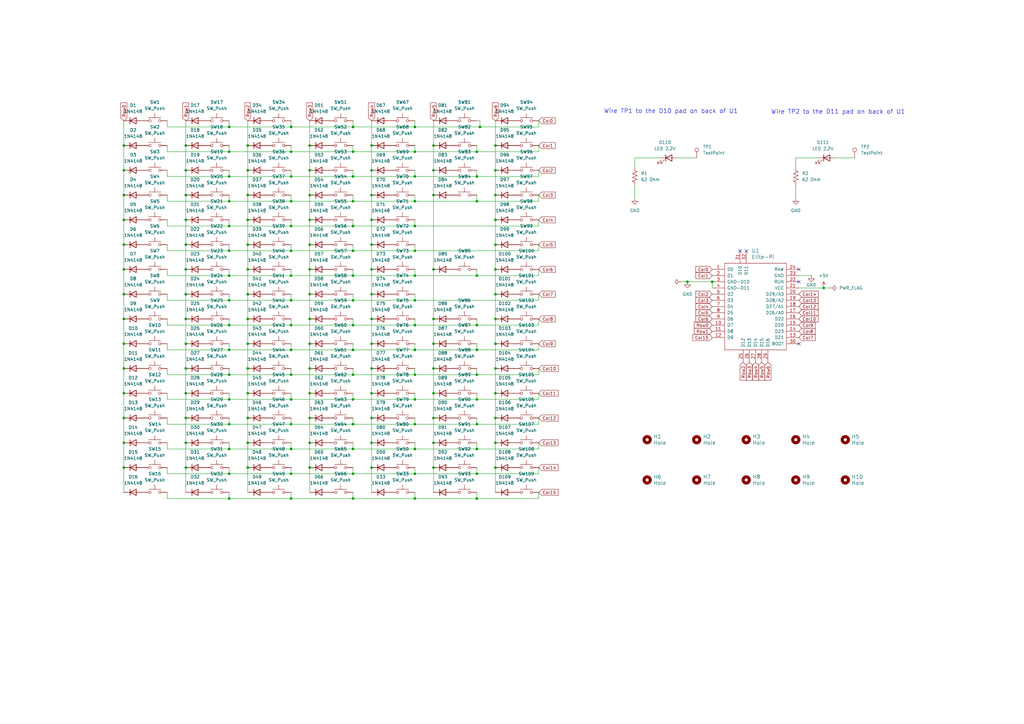
<source format=kicad_sch>
(kicad_sch (version 20250114) (generator "eeschema") (generator_version "9.0")
  (paper "A3")
  (title_block (title "Post-Mechanical Maximus Py") (date "2025-07-02") (rev "1.2") (company "Quixotic Keyboards, LLC") (comment 2 "Rear USB with surface mount Num Lk and Caps Lk LEDs") (comment 3 "Moved U1 inboard for Case fit at USB port") (comment 4 "Changed to under the keycap LED indicators"))
  (lib_symbols
    (symbol "Connector:TestPoint" (pin_numbers (hide yes)) (pin_names (offset 0.762) (hide yes))
      (property "Reference" "TP" (at 0 6.858 0))
      (property "Value" "TestPoint" (at 0 5.08 0))
      (symbol "TestPoint_1_1"
        (pin passive line (at 0 0 90) (length 2.54) (name "1") (number "1"))
      )
    )
    (symbol "Device:LED" (pin_numbers (hide yes)) (pin_names (offset 1.016) (hide yes))
      (property "Reference" "D" (at 0 2.54 0))
      (property "Value" "LED" (at 0 -2.54 0))
      (symbol "LED_1_1"
        (pin passive line (at -3.81 0 0) (length 2.54) (name "K") (number "1"))
        (pin passive line (at 3.81 0 180) (length 2.54) (name "A") (number "2"))
      )
    )
    (symbol "Device:R_US" (pin_numbers (hide yes)) (pin_names (offset 0))
      (property "Reference" "R" (at 2.54 0 90))
      (property "Value" "R_US" (at -2.54 0 90))
      (symbol "R_US_1_1"
        (pin passive line (at 0 3.81 270) (length 1.27) (name "~") (number "1"))
        (pin passive line (at 0 -3.81 90) (length 1.27) (name "~") (number "2"))
      )
    )
    (symbol "Dholydai:Elite-Pi" (pin_names (offset 1.016))
      (property "Reference" "U" (at 0 -3.048 0))
      (property "Value" "Elite-Pi" (at -2.54 0 0))
      (symbol "Elite-Pi_1_1"
        (pin input line (at -17.78 13.97 0) (length 5.08) (name "D0") (number "1"))
        (pin input line (at -17.78 11.43 0) (length 5.08) (name "D1") (number "2"))
        (pin input line (at -17.78 8.89 0) (length 5.08) (name "GND-D10") (number "3"))
        (pin input line (at -17.78 6.35 0) (length 5.08) (name "GND-D11") (number "4"))
        (pin input line (at -17.78 3.81 0) (length 5.08) (name "D2") (number "5"))
        (pin input line (at -17.78 1.27 0) (length 5.08) (name "D3") (number "6"))
        (pin input line (at -17.78 -1.27 0) (length 5.08) (name "D4") (number "7"))
        (pin input line (at -17.78 -3.81 0) (length 5.08) (name "D5") (number "8"))
        (pin input line (at -17.78 -6.35 0) (length 5.08) (name "D6") (number "9"))
        (pin input line (at -17.78 -8.89 0) (length 5.08) (name "D7") (number "10"))
        (pin input line (at -17.78 -11.43 0) (length 5.08) (name "D8") (number "11"))
        (pin input line (at -17.78 -13.97 0) (length 5.08) (name "D9") (number "12"))
        (pin input line (at -6.35 21.59 270) (length 5.08) (name "D10") (number "31"))
        (pin input line (at -5.08 -24.13 90) (length 5.08) (name "D12") (number "25"))
        (pin input line (at -3.81 21.59 270) (length 5.08) (name "D11") (number "32"))
        (pin input line (at -2.54 -24.13 90) (length 5.08) (name "D13") (number "26"))
        (pin input line (at 0 -24.13 90) (length 5.08) (name "D14") (number "27"))
        (pin input line (at 2.54 -24.13 90) (length 5.08) (name "D15") (number "28"))
        (pin input line (at 5.08 -24.13 90) (length 5.08) (name "D16") (number "29"))
        (pin input line (at 17.78 13.97 180) (length 5.08) (name "RAW") (number "24"))
        (pin input line (at 17.78 11.43 180) (length 5.08) (name "GND") (number "23"))
        (pin input line (at 17.78 8.89 180) (length 5.08) (name "RUN") (number "22"))
        (pin input line (at 17.78 6.35 180) (length 5.08) (name "VCC") (number "21"))
        (pin input line (at 17.78 3.81 180) (length 5.08) (name "D29/A3") (number "20"))
        (pin input line (at 17.78 1.27 180) (length 5.08) (name "D28/A2") (number "19"))
        (pin input line (at 17.78 -1.27 180) (length 5.08) (name "D27/A1") (number "18"))
        (pin input line (at 17.78 -3.81 180) (length 5.08) (name "D26/A0") (number "17"))
        (pin input line (at 17.78 -6.35 180) (length 5.08) (name "D22") (number "16"))
        (pin input line (at 17.78 -8.89 180) (length 5.08) (name "D20") (number "15"))
        (pin input line (at 17.78 -11.43 180) (length 5.08) (name "D23") (number "14"))
        (pin input line (at 17.78 -13.97 180) (length 5.08) (name "D21") (number "13"))
        (pin input line (at 17.78 -16.51 180) (length 5.08) (name "BOOT") (number "30"))
      )
    )
    (symbol "Diode:1N4148" (pin_numbers (hide yes)) (pin_names (hide yes))
      (property "Reference" "D" (at 0 2.54 0))
      (property "Value" "1N4148" (at 0 -2.54 0))
      (symbol "1N4148_1_1"
        (pin passive line (at -3.81 0 0) (length 2.54) (name "K") (number "1"))
        (pin passive line (at 3.81 0 180) (length 2.54) (name "A") (number "2"))
      )
    )
    (symbol "Mechanical:MountingHole" (pin_names (offset 1.016)) (in_bom no)
      (property "Reference" "H" (at 0 5.08 0))
      (property "Value" "MountingHole" (at 0 3.175 0))
    )
    (symbol "Switch:SW_Push" (pin_numbers (hide yes)) (pin_names (offset 1.016) (hide yes))
      (property "Reference" "SW" (at 1.27 2.54 0))
      (property "Value" "SW_Push" (at 0 -1.524 0))
      (symbol "SW_Push_0_1"
        (pin passive line (at -5.08 0 0) (length 2.54) (name "1") (number "1"))
        (pin passive line (at 5.08 0 180) (length 2.54) (name "2") (number "2"))
      )
    )
    (symbol "power:+5V" (power) (pin_numbers (hide yes)) (pin_names (offset 0) (hide yes))
      (property "Value" "+5V" (at 0 3.556 0))
      (symbol "+5V_1_1"
        (pin power_in line (at 0 0 90) (length 0) (name "~") (number "1"))
      )
    )
    (symbol "power:GND" (power) (pin_numbers (hide yes)) (pin_names (offset 0) (hide yes))
      (property "Value" "GND" (at 0 -3.81 0))
      (symbol "GND_1_1"
        (pin power_in line (at 0 0 270) (length 0) (name "~") (number "1"))
      )
    )
    (symbol "power:PWR_FLAG" (power) (pin_numbers (hide yes)) (pin_names (offset 0) (hide yes))
      (property "Value" "PWR_FLAG" (at 0 3.81 0))
      (symbol "PWR_FLAG_0_0"
        (pin power_out line (at 0 0 90) (length 0) (name "~") (number "1"))
      )
    )
  )
  (text "Wire TP2 to the D11 pad on back of U1 " (at 344.424 45.974 0) (effects (font (size 1.778 1.778))))
  (text "Wire TP1 to the D10 pad on back of U1 " (at 275.844 45.72 0) (effects (font (size 1.778 1.778))))
  (junction (at 170.18 204.47))
  (junction (at 177.8 130.81))
  (junction (at 203.2 181.61))
  (junction (at 170.18 102.87))
  (junction (at 203.2 130.81))
  (junction (at 144.78 173.99))
  (junction (at 93.98 143.51))
  (junction (at 93.98 153.67))
  (junction (at 119.38 123.19))
  (junction (at 195.58 113.03))
  (junction (at 195.58 72.39))
  (junction (at 292.1 115.57))
  (junction (at 119.38 113.03))
  (junction (at 144.78 72.39))
  (junction (at 144.78 194.31))
  (junction (at 101.6 120.65))
  (junction (at 170.18 82.55))
  (junction (at 203.2 191.77))
  (junction (at 93.98 194.31))
  (junction (at 119.38 143.51))
  (junction (at 76.2 171.45))
  (junction (at 76.2 120.65))
  (junction (at 152.4 90.17))
  (junction (at 119.38 204.47))
  (junction (at 177.8 140.97))
  (junction (at 177.8 151.13))
  (junction (at 93.98 113.03))
  (junction (at 203.2 69.85))
  (junction (at 76.2 151.13))
  (junction (at 195.58 204.47))
  (junction (at 50.8 140.97))
  (junction (at 50.8 181.61))
  (junction (at 195.58 62.23))
  (junction (at 144.78 163.83))
  (junction (at 119.38 72.39))
  (junction (at 76.2 161.29))
  (junction (at 281.94 115.57))
  (junction (at 93.98 72.39))
  (junction (at 127 171.45))
  (junction (at 93.98 204.47))
  (junction (at 196.85 52.07))
  (junction (at 144.78 102.87))
  (junction (at 50.8 161.29))
  (junction (at 50.8 110.49))
  (junction (at 144.78 52.07))
  (junction (at 177.8 161.29))
  (junction (at 144.78 133.35))
  (junction (at 76.2 69.85))
  (junction (at 203.2 171.45))
  (junction (at 144.78 204.47))
  (junction (at 119.38 133.35))
  (junction (at 127 120.65))
  (junction (at 119.38 173.99))
  (junction (at 76.2 110.49))
  (junction (at 152.4 80.01))
  (junction (at 152.4 191.77))
  (junction (at 76.2 140.97))
  (junction (at 170.18 173.99))
  (junction (at 101.6 191.77))
  (junction (at 76.2 100.33))
  (junction (at 50.8 69.85))
  (junction (at 119.38 52.07))
  (junction (at 93.98 123.19))
  (junction (at 144.78 143.51))
  (junction (at 119.38 194.31))
  (junction (at 76.2 59.69))
  (junction (at 101.6 171.45))
  (junction (at 195.58 194.31))
  (junction (at 93.98 184.15))
  (junction (at 170.18 133.35))
  (junction (at 119.38 153.67))
  (junction (at 170.18 62.23))
  (junction (at 195.58 143.51))
  (junction (at 76.2 80.01))
  (junction (at 170.18 92.71))
  (junction (at 152.4 161.29))
  (junction (at 50.8 100.33))
  (junction (at 50.8 120.65))
  (junction (at 119.38 62.23))
  (junction (at 177.8 59.69))
  (junction (at 101.6 161.29))
  (junction (at 76.2 191.77))
  (junction (at 195.58 163.83))
  (junction (at 152.4 59.69))
  (junction (at 93.98 102.87))
  (junction (at 101.6 151.13))
  (junction (at 177.8 110.49))
  (junction (at 50.8 171.45))
  (junction (at 50.8 80.01))
  (junction (at 127 130.81))
  (junction (at 76.2 181.61))
  (junction (at 177.8 80.01))
  (junction (at 93.98 173.99))
  (junction (at 127 80.01))
  (junction (at 203.2 151.13))
  (junction (at 177.8 171.45))
  (junction (at 203.2 59.69))
  (junction (at 170.18 163.83))
  (junction (at 144.78 113.03))
  (junction (at 203.2 120.65))
  (junction (at 195.58 153.67))
  (junction (at 144.78 82.55))
  (junction (at 127 161.29))
  (junction (at 144.78 184.15))
  (junction (at 144.78 62.23))
  (junction (at 152.4 151.13))
  (junction (at 170.18 113.03))
  (junction (at 50.8 151.13))
  (junction (at 152.4 69.85))
  (junction (at 50.8 191.77))
  (junction (at 119.38 82.55))
  (junction (at 101.6 110.49))
  (junction (at 127 110.49))
  (junction (at 76.2 130.81))
  (junction (at 144.78 153.67))
  (junction (at 93.98 133.35))
  (junction (at 101.6 181.61))
  (junction (at 101.6 90.17))
  (junction (at 50.8 130.81))
  (junction (at 127 69.85))
  (junction (at 127 90.17))
  (junction (at 119.38 102.87))
  (junction (at 203.2 80.01))
  (junction (at 152.4 171.45))
  (junction (at 144.78 123.19))
  (junction (at 203.2 90.17))
  (junction (at 170.18 153.67))
  (junction (at 127 59.69))
  (junction (at 170.18 72.39))
  (junction (at 101.6 59.69))
  (junction (at 152.4 120.65))
  (junction (at 152.4 181.61))
  (junction (at 76.2 90.17))
  (junction (at 127 191.77))
  (junction (at 170.18 184.15))
  (junction (at 152.4 110.49))
  (junction (at 93.98 52.07))
  (junction (at 170.18 52.07))
  (junction (at 119.38 92.71))
  (junction (at 93.98 163.83))
  (junction (at 101.6 100.33))
  (junction (at 93.98 92.71))
  (junction (at 119.38 184.15))
  (junction (at 93.98 62.23))
  (junction (at 177.8 191.77))
  (junction (at 152.4 100.33))
  (junction (at 101.6 140.97))
  (junction (at 152.4 140.97))
  (junction (at 177.8 69.85))
  (junction (at 195.58 173.99))
  (junction (at 93.98 82.55))
  (junction (at 203.2 110.49))
  (junction (at 50.8 90.17))
  (junction (at 127 140.97))
  (junction (at 101.6 69.85))
  (junction (at 50.8 59.69))
  (junction (at 101.6 80.01))
  (junction (at 203.2 161.29))
  (junction (at 337.82 118.11))
  (junction (at 127 181.61))
  (junction (at 144.78 92.71))
  (junction (at 127 151.13))
  (junction (at 170.18 194.31))
  (junction (at 203.2 140.97))
  (junction (at 203.2 100.33))
  (junction (at 152.4 130.81))
  (junction (at 170.18 123.19))
  (junction (at 101.6 130.81))
  (junction (at 177.8 181.61))
  (junction (at 119.38 163.83))
  (junction (at 127 100.33))
  (junction (at 195.58 184.15))
  (junction (at 195.58 133.35))
  (junction (at 195.58 82.55))
  (junction (at 170.18 143.51))
  (no_connect (at 327.66 115.57))
  (no_connect (at 327.66 140.97))
  (no_connect (at 306.07 102.87))
  (no_connect (at 327.66 110.49))
  (no_connect (at 303.53 102.87))
  (wire (pts (xy 195.58 62.23) (xy 220.98 62.23)))
  (wire (pts (xy 152.4 191.77) (xy 152.4 201.93)))
  (wire (pts (xy 50.8 100.33) (xy 50.8 110.49)))
  (wire (pts (xy 119.38 100.33) (xy 119.38 102.87)))
  (wire (pts (xy 119.38 102.87) (xy 144.78 102.87)))
  (wire (pts (xy 170.18 123.19) (xy 220.98 123.19)))
  (wire (pts (xy 152.4 69.85) (xy 152.4 80.01)))
  (wire (pts (xy 170.18 92.71) (xy 220.98 92.71)))
  (wire (pts (xy 220.98 130.81) (xy 220.98 133.35)))
  (wire (pts (xy 76.2 69.85) (xy 76.2 80.01)))
  (wire (pts (xy 119.38 110.49) (xy 119.38 113.03)))
  (wire (pts (xy 144.78 161.29) (xy 144.78 163.83)))
  (wire (pts (xy 292.1 115.57) (xy 292.1 118.11)))
  (wire (pts (xy 93.98 92.71) (xy 119.38 92.71)))
  (wire (pts (xy 177.8 59.69) (xy 177.8 69.85)))
  (wire (pts (xy 119.38 92.71) (xy 144.78 92.71)))
  (wire (pts (xy 76.2 120.65) (xy 76.2 130.81)))
  (wire (pts (xy 127 161.29) (xy 127 171.45)))
  (wire (pts (xy 127 130.81) (xy 127 140.97)))
  (wire (pts (xy 50.8 161.29) (xy 50.8 171.45)))
  (wire (pts (xy 93.98 173.99) (xy 119.38 173.99)))
  (wire (pts (xy 170.18 184.15) (xy 195.58 184.15)))
  (wire (pts (xy 93.98 72.39) (xy 119.38 72.39)))
  (wire (pts (xy 203.2 110.49) (xy 203.2 120.65)))
  (wire (pts (xy 195.58 130.81) (xy 195.58 133.35)))
  (wire (pts (xy 68.58 72.39) (xy 93.98 72.39)))
  (wire (pts (xy 170.18 62.23) (xy 195.58 62.23)))
  (wire (pts (xy 127 90.17) (xy 127 100.33)))
  (wire (pts (xy 203.2 130.81) (xy 203.2 140.97)))
  (wire (pts (xy 68.58 133.35) (xy 93.98 133.35)))
  (wire (pts (xy 68.58 191.77) (xy 68.58 194.31)))
  (wire (pts (xy 170.18 90.17) (xy 170.18 92.71)))
  (wire (pts (xy 195.58 184.15) (xy 220.98 184.15)))
  (wire (pts (xy 50.8 90.17) (xy 50.8 100.33)))
  (wire (pts (xy 93.98 191.77) (xy 93.98 194.31)))
  (wire (pts (xy 220.98 171.45) (xy 220.98 173.99)))
  (wire (pts (xy 68.58 153.67) (xy 93.98 153.67)))
  (wire (pts (xy 170.18 100.33) (xy 170.18 102.87)))
  (wire (pts (xy 50.8 120.65) (xy 50.8 130.81)))
  (wire (pts (xy 144.78 191.77) (xy 144.78 194.31)))
  (wire (pts (xy 68.58 100.33) (xy 68.58 102.87)))
  (wire (pts (xy 326.39 68.58) (xy 326.39 64.77)))
  (wire (pts (xy 93.98 100.33) (xy 93.98 102.87)))
  (wire (pts (xy 101.6 49.53) (xy 101.6 59.69)))
  (wire (pts (xy 170.18 80.01) (xy 170.18 82.55)))
  (wire (pts (xy 144.78 151.13) (xy 144.78 153.67)))
  (wire (pts (xy 68.58 201.93) (xy 68.58 204.47)))
  (wire (pts (xy 281.94 115.57) (xy 292.1 115.57)))
  (wire (pts (xy 93.98 184.15) (xy 119.38 184.15)))
  (wire (pts (xy 101.6 191.77) (xy 101.6 201.93)))
  (wire (pts (xy 260.35 76.2) (xy 260.35 81.28)))
  (wire (pts (xy 170.18 191.77) (xy 170.18 194.31)))
  (wire (pts (xy 144.78 153.67) (xy 170.18 153.67)))
  (wire (pts (xy 101.6 90.17) (xy 101.6 100.33)))
  (wire (pts (xy 119.38 143.51) (xy 144.78 143.51)))
  (wire (pts (xy 195.58 181.61) (xy 195.58 184.15)))
  (wire (pts (xy 195.58 133.35) (xy 220.98 133.35)))
  (wire (pts (xy 195.58 163.83) (xy 220.98 163.83)))
  (wire (pts (xy 68.58 171.45) (xy 68.58 173.99)))
  (wire (pts (xy 101.6 130.81) (xy 101.6 140.97)))
  (wire (pts (xy 195.58 161.29) (xy 195.58 163.83)))
  (wire (pts (xy 170.18 113.03) (xy 195.58 113.03)))
  (wire (pts (xy 68.58 173.99) (xy 93.98 173.99)))
  (wire (pts (xy 119.38 204.47) (xy 144.78 204.47)))
  (wire (pts (xy 177.8 80.01) (xy 177.8 110.49)))
  (wire (pts (xy 144.78 130.81) (xy 144.78 133.35)))
  (wire (pts (xy 195.58 204.47) (xy 220.98 204.47)))
  (wire (pts (xy 76.2 171.45) (xy 76.2 181.61)))
  (wire (pts (xy 93.98 140.97) (xy 93.98 143.51)))
  (wire (pts (xy 101.6 161.29) (xy 101.6 171.45)))
  (wire (pts (xy 50.8 49.53) (xy 50.8 59.69)))
  (wire (pts (xy 220.98 151.13) (xy 220.98 153.67)))
  (wire (pts (xy 50.8 80.01) (xy 50.8 90.17)))
  (wire (pts (xy 144.78 184.15) (xy 170.18 184.15)))
  (wire (pts (xy 119.38 69.85) (xy 119.38 72.39)))
  (wire (pts (xy 68.58 59.69) (xy 68.58 62.23)))
  (wire (pts (xy 119.38 72.39) (xy 144.78 72.39)))
  (wire (pts (xy 119.38 120.65) (xy 119.38 123.19)))
  (wire (pts (xy 152.4 100.33) (xy 152.4 110.49)))
  (wire (pts (xy 93.98 82.55) (xy 119.38 82.55)))
  (wire (pts (xy 203.2 120.65) (xy 203.2 130.81)))
  (wire (pts (xy 68.58 204.47) (xy 93.98 204.47)))
  (wire (pts (xy 76.2 181.61) (xy 76.2 191.77)))
  (wire (pts (xy 203.2 69.85) (xy 203.2 80.01)))
  (wire (pts (xy 220.98 191.77) (xy 220.98 194.31)))
  (wire (pts (xy 93.98 113.03) (xy 119.38 113.03)))
  (wire (pts (xy 119.38 123.19) (xy 144.78 123.19)))
  (wire (pts (xy 119.38 191.77) (xy 119.38 194.31)))
  (wire (pts (xy 203.2 80.01) (xy 203.2 90.17)))
  (wire (pts (xy 195.58 173.99) (xy 220.98 173.99)))
  (wire (pts (xy 340.36 118.11) (xy 337.82 118.11)))
  (wire (pts (xy 119.38 194.31) (xy 144.78 194.31)))
  (wire (pts (xy 76.2 80.01) (xy 76.2 90.17)))
  (wire (pts (xy 119.38 140.97) (xy 119.38 143.51)))
  (wire (pts (xy 177.8 49.53) (xy 177.8 59.69)))
  (wire (pts (xy 93.98 59.69) (xy 93.98 62.23)))
  (wire (pts (xy 152.4 110.49) (xy 152.4 120.65)))
  (wire (pts (xy 152.4 161.29) (xy 152.4 171.45)))
  (wire (pts (xy 144.78 52.07) (xy 170.18 52.07)))
  (wire (pts (xy 50.8 69.85) (xy 50.8 80.01)))
  (wire (pts (xy 93.98 123.19) (xy 119.38 123.19)))
  (wire (pts (xy 101.6 140.97) (xy 101.6 151.13)))
  (wire (pts (xy 170.18 72.39) (xy 195.58 72.39)))
  (wire (pts (xy 76.2 90.17) (xy 76.2 100.33)))
  (wire (pts (xy 68.58 113.03) (xy 93.98 113.03)))
  (wire (pts (xy 196.85 49.53) (xy 195.58 49.53)))
  (wire (pts (xy 127 151.13) (xy 127 161.29)))
  (wire (pts (xy 101.6 59.69) (xy 101.6 69.85)))
  (wire (pts (xy 101.6 181.61) (xy 101.6 191.77)))
  (wire (pts (xy 220.98 59.69) (xy 220.98 62.23)))
  (wire (pts (xy 68.58 130.81) (xy 68.58 133.35)))
  (wire (pts (xy 76.2 110.49) (xy 76.2 120.65)))
  (wire (pts (xy 203.2 100.33) (xy 203.2 110.49)))
  (wire (pts (xy 220.98 69.85) (xy 220.98 72.39)))
  (wire (pts (xy 144.78 59.69) (xy 144.78 62.23)))
  (wire (pts (xy 170.18 140.97) (xy 170.18 143.51)))
  (wire (pts (xy 127 69.85) (xy 127 80.01)))
  (wire (pts (xy 144.78 110.49) (xy 144.78 113.03)))
  (wire (pts (xy 170.18 171.45) (xy 170.18 173.99)))
  (wire (pts (xy 76.2 130.81) (xy 76.2 140.97)))
  (wire (pts (xy 127 59.69) (xy 127 69.85)))
  (wire (pts (xy 170.18 82.55) (xy 195.58 82.55)))
  (wire (pts (xy 327.66 113.03) (xy 332.74 113.03)))
  (wire (pts (xy 68.58 143.51) (xy 93.98 143.51)))
  (wire (pts (xy 170.18 110.49) (xy 170.18 113.03)))
  (wire (pts (xy 170.18 102.87) (xy 220.98 102.87)))
  (wire (pts (xy 152.4 90.17) (xy 152.4 100.33)))
  (wire (pts (xy 93.98 102.87) (xy 119.38 102.87)))
  (wire (pts (xy 144.78 171.45) (xy 144.78 173.99)))
  (wire (pts (xy 220.98 201.93) (xy 220.98 204.47)))
  (wire (pts (xy 220.98 80.01) (xy 220.98 82.55)))
  (wire (pts (xy 119.38 49.53) (xy 119.38 52.07)))
  (wire (pts (xy 144.78 90.17) (xy 144.78 92.71)))
  (wire (pts (xy 119.38 90.17) (xy 119.38 92.71)))
  (wire (pts (xy 101.6 110.49) (xy 101.6 120.65)))
  (wire (pts (xy 144.78 100.33) (xy 144.78 102.87)))
  (wire (pts (xy 68.58 161.29) (xy 68.58 163.83)))
  (wire (pts (xy 93.98 151.13) (xy 93.98 153.67)))
  (wire (pts (xy 152.4 171.45) (xy 152.4 181.61)))
  (wire (pts (xy 68.58 52.07) (xy 93.98 52.07)))
  (wire (pts (xy 195.58 72.39) (xy 220.98 72.39)))
  (wire (pts (xy 144.78 173.99) (xy 170.18 173.99)))
  (wire (pts (xy 144.78 143.51) (xy 170.18 143.51)))
  (wire (pts (xy 144.78 201.93) (xy 144.78 204.47)))
  (wire (pts (xy 177.8 130.81) (xy 177.8 140.97)))
  (wire (pts (xy 119.38 62.23) (xy 144.78 62.23)))
  (wire (pts (xy 220.98 181.61) (xy 220.98 184.15)))
  (wire (pts (xy 152.4 59.69) (xy 152.4 69.85)))
  (wire (pts (xy 170.18 52.07) (xy 196.85 52.07)))
  (wire (pts (xy 68.58 102.87) (xy 93.98 102.87)))
  (wire (pts (xy 220.98 110.49) (xy 220.98 113.03)))
  (wire (pts (xy 195.58 194.31) (xy 220.98 194.31)))
  (wire (pts (xy 152.4 181.61) (xy 152.4 191.77)))
  (wire (pts (xy 220.98 49.53) (xy 220.98 52.07)))
  (wire (pts (xy 170.18 173.99) (xy 195.58 173.99)))
  (wire (pts (xy 170.18 153.67) (xy 195.58 153.67)))
  (wire (pts (xy 50.8 59.69) (xy 50.8 69.85)))
  (wire (pts (xy 76.2 100.33) (xy 76.2 110.49)))
  (wire (pts (xy 144.78 80.01) (xy 144.78 82.55)))
  (wire (pts (xy 170.18 201.93) (xy 170.18 204.47)))
  (wire (pts (xy 195.58 59.69) (xy 195.58 62.23)))
  (wire (pts (xy 50.8 181.61) (xy 50.8 191.77)))
  (wire (pts (xy 93.98 143.51) (xy 119.38 143.51)))
  (wire (pts (xy 327.66 118.11) (xy 337.82 118.11)))
  (wire (pts (xy 203.2 181.61) (xy 203.2 191.77)))
  (wire (pts (xy 152.4 140.97) (xy 152.4 151.13)))
  (wire (pts (xy 220.98 140.97) (xy 220.98 143.51)))
  (wire (pts (xy 93.98 163.83) (xy 119.38 163.83)))
  (wire (pts (xy 68.58 120.65) (xy 68.58 123.19)))
  (wire (pts (xy 220.98 161.29) (xy 220.98 163.83)))
  (wire (pts (xy 177.8 191.77) (xy 177.8 201.93)))
  (wire (pts (xy 177.8 110.49) (xy 177.8 130.81)))
  (wire (pts (xy 152.4 151.13) (xy 152.4 161.29)))
  (wire (pts (xy 93.98 90.17) (xy 93.98 92.71)))
  (wire (pts (xy 93.98 110.49) (xy 93.98 113.03)))
  (wire (pts (xy 119.38 161.29) (xy 119.38 163.83)))
  (wire (pts (xy 196.85 52.07) (xy 220.98 52.07)))
  (wire (pts (xy 127 110.49) (xy 127 120.65)))
  (wire (pts (xy 195.58 69.85) (xy 195.58 72.39)))
  (wire (pts (xy 50.8 151.13) (xy 50.8 161.29)))
  (wire (pts (xy 50.8 140.97) (xy 50.8 151.13)))
  (wire (pts (xy 170.18 102.87) (xy 144.78 102.87)))
  (wire (pts (xy 203.2 151.13) (xy 203.2 161.29)))
  (wire (pts (xy 127 120.65) (xy 127 130.81)))
  (wire (pts (xy 93.98 181.61) (xy 93.98 184.15)))
  (wire (pts (xy 119.38 173.99) (xy 144.78 173.99)))
  (wire (pts (xy 101.6 100.33) (xy 101.6 110.49)))
  (wire (pts (xy 68.58 49.53) (xy 68.58 52.07)))
  (wire (pts (xy 93.98 52.07) (xy 119.38 52.07)))
  (wire (pts (xy 127 49.53) (xy 127 59.69)))
  (wire (pts (xy 127 171.45) (xy 127 181.61)))
  (wire (pts (xy 144.78 62.23) (xy 170.18 62.23)))
  (wire (pts (xy 152.4 80.01) (xy 152.4 90.17)))
  (wire (pts (xy 76.2 49.53) (xy 76.2 59.69)))
  (wire (pts (xy 170.18 49.53) (xy 170.18 52.07)))
  (wire (pts (xy 68.58 181.61) (xy 68.58 184.15)))
  (wire (pts (xy 76.2 161.29) (xy 76.2 171.45)))
  (wire (pts (xy 119.38 163.83) (xy 144.78 163.83)))
  (wire (pts (xy 342.9 64.77) (xy 350.52 64.77)))
  (wire (pts (xy 144.78 69.85) (xy 144.78 72.39)))
  (wire (pts (xy 203.2 140.97) (xy 203.2 151.13)))
  (wire (pts (xy 119.38 151.13) (xy 119.38 153.67)))
  (wire (pts (xy 76.2 151.13) (xy 76.2 161.29)))
  (wire (pts (xy 326.39 76.2) (xy 326.39 81.28)))
  (wire (pts (xy 76.2 59.69) (xy 76.2 69.85)))
  (wire (pts (xy 170.18 161.29) (xy 170.18 163.83)))
  (wire (pts (xy 195.58 153.67) (xy 220.98 153.67)))
  (wire (pts (xy 68.58 163.83) (xy 93.98 163.83)))
  (wire (pts (xy 93.98 62.23) (xy 119.38 62.23)))
  (wire (pts (xy 144.78 204.47) (xy 170.18 204.47)))
  (wire (pts (xy 68.58 82.55) (xy 93.98 82.55)))
  (wire (pts (xy 260.35 64.77) (xy 260.35 68.58)))
  (wire (pts (xy 93.98 133.35) (xy 119.38 133.35)))
  (wire (pts (xy 195.58 82.55) (xy 220.98 82.55)))
  (wire (pts (xy 278.13 64.77) (xy 285.75 64.77)))
  (wire (pts (xy 203.2 59.69) (xy 203.2 69.85)))
  (wire (pts (xy 93.98 161.29) (xy 93.98 163.83)))
  (wire (pts (xy 119.38 201.93) (xy 119.38 204.47)))
  (wire (pts (xy 93.98 69.85) (xy 93.98 72.39)))
  (wire (pts (xy 93.98 194.31) (xy 119.38 194.31)))
  (wire (pts (xy 195.58 110.49) (xy 195.58 113.03)))
  (wire (pts (xy 144.78 92.71) (xy 170.18 92.71)))
  (wire (pts (xy 170.18 151.13) (xy 170.18 153.67)))
  (wire (pts (xy 119.38 52.07) (xy 144.78 52.07)))
  (wire (pts (xy 177.8 69.85) (xy 177.8 80.01)))
  (wire (pts (xy 119.38 181.61) (xy 119.38 184.15)))
  (wire (pts (xy 93.98 49.53) (xy 93.98 52.07)))
  (wire (pts (xy 177.8 181.61) (xy 177.8 191.77)))
  (wire (pts (xy 119.38 82.55) (xy 144.78 82.55)))
  (wire (pts (xy 177.8 140.97) (xy 177.8 151.13)))
  (wire (pts (xy 170.18 204.47) (xy 195.58 204.47)))
  (wire (pts (xy 50.8 191.77) (xy 50.8 201.93)))
  (wire (pts (xy 144.78 120.65) (xy 144.78 123.19)))
  (wire (pts (xy 177.8 151.13) (xy 177.8 161.29)))
  (wire (pts (xy 68.58 90.17) (xy 68.58 92.71)))
  (wire (pts (xy 203.2 90.17) (xy 203.2 100.33)))
  (wire (pts (xy 203.2 49.53) (xy 203.2 59.69)))
  (wire (pts (xy 68.58 92.71) (xy 93.98 92.71)))
  (wire (pts (xy 177.8 161.29) (xy 177.8 171.45)))
  (wire (pts (xy 127 80.01) (xy 127 90.17)))
  (wire (pts (xy 93.98 153.67) (xy 119.38 153.67)))
  (wire (pts (xy 196.85 52.07) (xy 196.85 49.53)))
  (wire (pts (xy 220.98 90.17) (xy 220.98 92.71)))
  (wire (pts (xy 119.38 130.81) (xy 119.38 133.35)))
  (wire (pts (xy 68.58 110.49) (xy 68.58 113.03)))
  (wire (pts (xy 144.78 72.39) (xy 170.18 72.39)))
  (wire (pts (xy 203.2 161.29) (xy 203.2 171.45)))
  (wire (pts (xy 76.2 140.97) (xy 76.2 151.13)))
  (wire (pts (xy 144.78 82.55) (xy 170.18 82.55)))
  (wire (pts (xy 119.38 80.01) (xy 119.38 82.55)))
  (wire (pts (xy 152.4 120.65) (xy 152.4 130.81)))
  (wire (pts (xy 279.4 115.57) (xy 281.94 115.57)))
  (wire (pts (xy 170.18 194.31) (xy 195.58 194.31)))
  (wire (pts (xy 68.58 140.97) (xy 68.58 143.51)))
  (wire (pts (xy 144.78 49.53) (xy 144.78 52.07)))
  (wire (pts (xy 144.78 163.83) (xy 170.18 163.83)))
  (wire (pts (xy 152.4 130.81) (xy 152.4 140.97)))
  (wire (pts (xy 220.98 100.33) (xy 220.98 102.87)))
  (wire (pts (xy 127 100.33) (xy 127 110.49)))
  (wire (pts (xy 93.98 171.45) (xy 93.98 173.99)))
  (wire (pts (xy 170.18 130.81) (xy 170.18 133.35)))
  (wire (pts (xy 195.58 140.97) (xy 195.58 143.51)))
  (wire (pts (xy 144.78 194.31) (xy 170.18 194.31)))
  (wire (pts (xy 93.98 130.81) (xy 93.98 133.35)))
  (wire (pts (xy 170.18 59.69) (xy 170.18 62.23)))
  (wire (pts (xy 144.78 123.19) (xy 170.18 123.19)))
  (wire (pts (xy 50.8 110.49) (xy 50.8 120.65)))
  (wire (pts (xy 101.6 151.13) (xy 101.6 161.29)))
  (wire (pts (xy 127 140.97) (xy 127 151.13)))
  (wire (pts (xy 127 181.61) (xy 127 191.77)))
  (wire (pts (xy 93.98 80.01) (xy 93.98 82.55)))
  (wire (pts (xy 195.58 143.51) (xy 220.98 143.51)))
  (wire (pts (xy 326.39 64.77) (xy 335.28 64.77)))
  (wire (pts (xy 170.18 133.35) (xy 195.58 133.35)))
  (wire (pts (xy 203.2 191.77) (xy 203.2 201.93)))
  (wire (pts (xy 170.18 143.51) (xy 195.58 143.51)))
  (wire (pts (xy 195.58 151.13) (xy 195.58 153.67)))
  (wire (pts (xy 119.38 153.67) (xy 144.78 153.67)))
  (wire (pts (xy 220.98 120.65) (xy 220.98 123.19)))
  (wire (pts (xy 93.98 201.93) (xy 93.98 204.47)))
  (wire (pts (xy 101.6 120.65) (xy 101.6 130.81)))
  (wire (pts (xy 144.78 113.03) (xy 170.18 113.03)))
  (wire (pts (xy 195.58 80.01) (xy 195.58 82.55)))
  (wire (pts (xy 195.58 171.45) (xy 195.58 173.99)))
  (wire (pts (xy 119.38 133.35) (xy 144.78 133.35)))
  (wire (pts (xy 68.58 184.15) (xy 93.98 184.15)))
  (wire (pts (xy 101.6 171.45) (xy 101.6 181.61)))
  (wire (pts (xy 68.58 123.19) (xy 93.98 123.19)))
  (wire (pts (xy 119.38 59.69) (xy 119.38 62.23)))
  (wire (pts (xy 177.8 171.45) (xy 177.8 181.61)))
  (wire (pts (xy 68.58 151.13) (xy 68.58 153.67)))
  (wire (pts (xy 93.98 204.47) (xy 119.38 204.47)))
  (wire (pts (xy 119.38 113.03) (xy 144.78 113.03)))
  (wire (pts (xy 203.2 171.45) (xy 203.2 181.61)))
  (wire (pts (xy 50.8 130.81) (xy 50.8 140.97)))
  (wire (pts (xy 144.78 140.97) (xy 144.78 143.51)))
  (wire (pts (xy 93.98 120.65) (xy 93.98 123.19)))
  (wire (pts (xy 68.58 62.23) (xy 93.98 62.23)))
  (wire (pts (xy 152.4 49.53) (xy 152.4 59.69)))
  (wire (pts (xy 195.58 113.03) (xy 220.98 113.03)))
  (wire (pts (xy 144.78 181.61) (xy 144.78 184.15)))
  (wire (pts (xy 101.6 69.85) (xy 101.6 80.01)))
  (wire (pts (xy 170.18 120.65) (xy 170.18 123.19)))
  (wire (pts (xy 195.58 191.77) (xy 195.58 194.31)))
  (wire (pts (xy 68.58 69.85) (xy 68.58 72.39)))
  (wire (pts (xy 170.18 181.61) (xy 170.18 184.15)))
  (wire (pts (xy 127 191.77) (xy 127 201.93)))
  (wire (pts (xy 76.2 191.77) (xy 76.2 201.93)))
  (wire (pts (xy 119.38 184.15) (xy 144.78 184.15)))
  (wire (pts (xy 270.51 64.77) (xy 260.35 64.77)))
  (wire (pts (xy 119.38 171.45) (xy 119.38 173.99)))
  (wire (pts (xy 68.58 80.01) (xy 68.58 82.55)))
  (wire (pts (xy 170.18 163.83) (xy 195.58 163.83)))
  (wire (pts (xy 68.58 194.31) (xy 93.98 194.31)))
  (wire (pts (xy 144.78 133.35) (xy 170.18 133.35)))
  (wire (pts (xy 170.18 69.85) (xy 170.18 72.39)))
  (wire (pts (xy 101.6 80.01) (xy 101.6 90.17)))
  (wire (pts (xy 50.8 171.45) (xy 50.8 181.61)))
  (wire (pts (xy 195.58 201.93) (xy 195.58 204.47)))
  (global_label "Row0" (shape input) (at 50.8 49.53 90) (property "Intersheetrefs" "${INTERSHEET_REFS}" (effects (hide yes))))
  (global_label "Col14" (shape input) (at 220.98 191.77 0) (property "Intersheetrefs" "${INTERSHEET_REFS}" (effects (hide yes))))
  (global_label "Col12" (shape input) (at 220.98 171.45 0) (property "Intersheetrefs" "${INTERSHEET_REFS}" (effects (hide yes))))
  (global_label "Col6" (shape input) (at 220.98 110.49 0) (property "Intersheetrefs" "${INTERSHEET_REFS}" (effects (hide yes))))
  (global_label "Row4" (shape input) (at 152.4 49.53 90) (property "Intersheetrefs" "${INTERSHEET_REFS}" (effects (hide yes))))
  (global_label "Col12" (shape input) (at 327.66 125.73 0) (property "Intersheetrefs" "${INTERSHEET_REFS}" (effects (hide yes))))
  (global_label "Col7" (shape input) (at 327.66 138.43 0) (property "Intersheetrefs" "${INTERSHEET_REFS}" (effects (hide yes))))
  (global_label "Col0" (shape input) (at 292.1 110.49 180) (property "Intersheetrefs" "${INTERSHEET_REFS}" (effects (hide yes))))
  (global_label "Col15" (shape input) (at 292.1 138.43 180) (property "Intersheetrefs" "${INTERSHEET_REFS}" (effects (hide yes))))
  (global_label "Col9" (shape input) (at 327.66 133.35 0) (property "Intersheetrefs" "${INTERSHEET_REFS}" (effects (hide yes))))
  (global_label "Col0" (shape input) (at 220.98 49.53 0) (property "Intersheetrefs" "${INTERSHEET_REFS}" (effects (hide yes))))
  (global_label "Row3" (shape input) (at 127 49.53 90) (property "Intersheetrefs" "${INTERSHEET_REFS}" (effects (hide yes))))
  (global_label "Row5" (shape input) (at 177.8 49.53 90) (property "Intersheetrefs" "${INTERSHEET_REFS}" (effects (hide yes))))
  (global_label "Row1" (shape input) (at 292.1 135.89 180) (property "Intersheetrefs" "${INTERSHEET_REFS}" (effects (hide yes))))
  (global_label "Col2" (shape input) (at 292.1 120.65 180) (property "Intersheetrefs" "${INTERSHEET_REFS}" (effects (hide yes))))
  (global_label "Row5" (shape input) (at 312.42 148.59 270) (property "Intersheetrefs" "${INTERSHEET_REFS}" (effects (hide yes))))
  (global_label "Row3" (shape input) (at 307.34 148.59 270) (property "Intersheetrefs" "${INTERSHEET_REFS}" (effects (hide yes))))
  (global_label "Col11" (shape input) (at 220.98 161.29 0) (property "Intersheetrefs" "${INTERSHEET_REFS}" (effects (hide yes))))
  (global_label "Row6" (shape input) (at 203.2 49.53 90) (property "Intersheetrefs" "${INTERSHEET_REFS}" (effects (hide yes))))
  (global_label "Col10" (shape input) (at 327.66 130.81 0) (property "Intersheetrefs" "${INTERSHEET_REFS}" (effects (hide yes))))
  (global_label "Col5" (shape input) (at 292.1 128.27 180) (property "Intersheetrefs" "${INTERSHEET_REFS}" (effects (hide yes))))
  (global_label "Col7" (shape input) (at 220.98 120.65 0) (property "Intersheetrefs" "${INTERSHEET_REFS}" (effects (hide yes))))
  (global_label "Col13" (shape input) (at 220.98 181.61 0) (property "Intersheetrefs" "${INTERSHEET_REFS}" (effects (hide yes))))
  (global_label "Col4" (shape input) (at 292.1 125.73 180) (property "Intersheetrefs" "${INTERSHEET_REFS}" (effects (hide yes))))
  (global_label "Col10" (shape input) (at 220.98 151.13 0) (property "Intersheetrefs" "${INTERSHEET_REFS}" (effects (hide yes))))
  (global_label "Col15" (shape input) (at 220.98 201.93 0) (property "Intersheetrefs" "${INTERSHEET_REFS}" (effects (hide yes))))
  (global_label "Col8" (shape input) (at 220.98 130.81 0) (property "Intersheetrefs" "${INTERSHEET_REFS}" (effects (hide yes))))
  (global_label "Row1" (shape input) (at 76.2 49.53 90) (property "Intersheetrefs" "${INTERSHEET_REFS}" (effects (hide yes))))
  (global_label "Col3" (shape input) (at 220.98 80.01 0) (property "Intersheetrefs" "${INTERSHEET_REFS}" (effects (hide yes))))
  (global_label "Col2" (shape input) (at 220.98 69.85 0) (property "Intersheetrefs" "${INTERSHEET_REFS}" (effects (hide yes))))
  (global_label "Col1" (shape input) (at 292.1 113.03 180) (property "Intersheetrefs" "${INTERSHEET_REFS}" (effects (hide yes))))
  (global_label "Col4" (shape input) (at 220.98 90.17 0) (property "Intersheetrefs" "${INTERSHEET_REFS}" (effects (hide yes))))
  (global_label "Col1" (shape input) (at 220.98 59.69 0) (property "Intersheetrefs" "${INTERSHEET_REFS}" (effects (hide yes))))
  (global_label "Row0" (shape input) (at 292.1 133.35 180) (property "Intersheetrefs" "${INTERSHEET_REFS}" (effects (hide yes))))
  (global_label "Col3" (shape input) (at 292.1 123.19 180) (property "Intersheetrefs" "${INTERSHEET_REFS}" (effects (hide yes))))
  (global_label "Row6" (shape input) (at 314.96 148.59 270) (property "Intersheetrefs" "${INTERSHEET_REFS}" (effects (hide yes))))
  (global_label "Col5" (shape input) (at 220.98 100.33 0) (property "Intersheetrefs" "${INTERSHEET_REFS}" (effects (hide yes))))
  (global_label "Row2" (shape input) (at 101.6 49.53 90) (property "Intersheetrefs" "${INTERSHEET_REFS}" (effects (hide yes))))
  (global_label "Col13" (shape input) (at 327.66 123.19 0) (property "Intersheetrefs" "${INTERSHEET_REFS}" (effects (hide yes))))
  (global_label "Col8" (shape input) (at 327.66 135.89 0) (property "Intersheetrefs" "${INTERSHEET_REFS}" (effects (hide yes))))
  (global_label "Row2" (shape input) (at 304.8 148.59 270) (property "Intersheetrefs" "${INTERSHEET_REFS}" (effects (hide yes))))
  (global_label "Col11" (shape input) (at 327.66 128.27 0) (property "Intersheetrefs" "${INTERSHEET_REFS}" (effects (hide yes))))
  (global_label "Col6" (shape input) (at 292.1 130.81 180) (property "Intersheetrefs" "${INTERSHEET_REFS}" (effects (hide yes))))
  (global_label "Col9" (shape input) (at 220.98 140.97 0) (property "Intersheetrefs" "${INTERSHEET_REFS}" (effects (hide yes))))
  (global_label "Col14" (shape input) (at 327.66 120.65 0) (property "Intersheetrefs" "${INTERSHEET_REFS}" (effects (hide yes))))
  (global_label "Row4" (shape input) (at 309.88 148.59 270) (property "Intersheetrefs" "${INTERSHEET_REFS}" (effects (hide yes))))
  (symbol (lib_id "Diode:1N4148") (at 105.41 59.69 0) (unit 1)
    (property "Reference" "D35" (at 105.41 53.34 0))
    (property "Value" "1N4148" (at 105.41 55.88 0))
    (property "Footprint" "Diode_THT:D_DO-35_SOD27_P7.62mm_Horizontal" (effects (hide yes)))
    (property "Datasheet" "https://assets.nexperia.com/documents/data-sheet/1N4148_1N4448.pdf" (effects (hide yes)))
    (property "Description" "100V 0.15A standard switching diode, DO-35" (effects (hide yes)))
    (property "Sim.Device" "D" (effects (hide yes)))
    (property "Sim.Pins" "1=K 2=A" (effects (hide yes)))
  )
  (symbol (lib_id "Switch:SW_Push") (at 114.3 49.53 0) (unit 1)
    (property "Reference" "SW34" (at 114.3 41.91 0))
    (property "Value" "SW_Push" (at 114.3 44.45 0))
    (property "Footprint" "Dholydai-Parts:SW_Cherry_MX_1.1666u_PCB" (effects (hide yes)))
    (property "Description" "Push button switch, generic, two pins" (effects (hide yes)))
  )
  (symbol (lib_id "Diode:1N4148") (at 80.01 49.53 0) (unit 1)
    (property "Reference" "D17" (at 80.01 43.18 0))
    (property "Value" "1N4148" (at 80.01 45.72 0))
    (property "Footprint" "Diode_THT:D_DO-35_SOD27_P7.62mm_Horizontal" (effects (hide yes)))
    (property "Datasheet" "https://assets.nexperia.com/documents/data-sheet/1N4148_1N4448.pdf" (effects (hide yes)))
    (property "Description" "100V 0.15A standard switching diode, DO-35" (effects (hide yes)))
    (property "Sim.Device" "D" (effects (hide yes)))
    (property "Sim.Pins" "1=K 2=A" (effects (hide yes)))
  )
  (symbol (lib_id "Diode:1N4148") (at 181.61 171.45 0) (unit 1)
    (property "Reference" "D90" (at 181.61 165.1 0))
    (property "Value" "1N4148" (at 181.61 167.64 0))
    (property "Footprint" "Diode_THT:D_DO-35_SOD27_P7.62mm_Horizontal" (effects (hide yes)))
    (property "Datasheet" "https://assets.nexperia.com/documents/data-sheet/1N4148_1N4448.pdf" (effects (hide yes)))
    (property "Description" "100V 0.15A standard switching diode, DO-35" (effects (hide yes)))
    (property "Sim.Device" "D" (effects (hide yes)))
    (property "Sim.Pins" "1=K 2=A" (effects (hide yes)))
  )
  (symbol (lib_id "Switch:SW_Push") (at 88.9 130.81 0) (unit 1)
    (property "Reference" "SW25" (at 88.9 123.19 0))
    (property "Value" "SW_Push" (at 88.9 125.73 0))
    (property "Footprint" "Button_Switch_Keyboard:SW_Cherry_MX_1.00u_PCB" (effects (hide yes)))
    (property "Description" "Push button switch, generic, two pins" (effects (hide yes)))
  )
  (symbol (lib_id "Diode:1N4148") (at 130.81 59.69 0) (unit 1)
    (property "Reference" "D52" (at 130.81 53.34 0))
    (property "Value" "1N4148" (at 130.81 55.88 0))
    (property "Footprint" "Diode_THT:D_DO-35_SOD27_P7.62mm_Horizontal" (effects (hide yes)))
    (property "Datasheet" "https://assets.nexperia.com/documents/data-sheet/1N4148_1N4448.pdf" (effects (hide yes)))
    (property "Description" "100V 0.15A standard switching diode, DO-35" (effects (hide yes)))
    (property "Sim.Device" "D" (effects (hide yes)))
    (property "Sim.Pins" "1=K 2=A" (effects (hide yes)))
  )
  (symbol (lib_id "Diode:1N4148") (at 207.01 171.45 0) (unit 1)
    (property "Reference" "D106" (at 207.01 165.1 0))
    (property "Value" "1N4148" (at 207.01 167.64 0))
    (property "Footprint" "Diode_THT:D_DO-35_SOD27_P7.62mm_Horizontal" (effects (hide yes)))
    (property "Datasheet" "https://assets.nexperia.com/documents/data-sheet/1N4148_1N4448.pdf" (effects (hide yes)))
    (property "Description" "100V 0.15A standard switching diode, DO-35" (effects (hide yes)))
    (property "Sim.Device" "D" (effects (hide yes)))
    (property "Sim.Pins" "1=K 2=A" (effects (hide yes)))
  )
  (symbol (lib_id "Diode:1N4148") (at 130.81 69.85 0) (unit 1)
    (property "Reference" "D53" (at 130.81 63.5 0))
    (property "Value" "1N4148" (at 130.81 66.04 0))
    (property "Footprint" "Diode_THT:D_DO-35_SOD27_P7.62mm_Horizontal" (effects (hide yes)))
    (property "Datasheet" "https://assets.nexperia.com/documents/data-sheet/1N4148_1N4448.pdf" (effects (hide yes)))
    (property "Description" "100V 0.15A standard switching diode, DO-35" (effects (hide yes)))
    (property "Sim.Device" "D" (effects (hide yes)))
    (property "Sim.Pins" "1=K 2=A" (effects (hide yes)))
  )
  (symbol (lib_id "Diode:1N4148") (at 105.41 69.85 0) (unit 1)
    (property "Reference" "D36" (at 105.41 63.5 0))
    (property "Value" "1N4148" (at 105.41 66.04 0))
    (property "Footprint" "Diode_THT:D_DO-35_SOD27_P7.62mm_Horizontal" (effects (hide yes)))
    (property "Datasheet" "https://assets.nexperia.com/documents/data-sheet/1N4148_1N4448.pdf" (effects (hide yes)))
    (property "Description" "100V 0.15A standard switching diode, DO-35" (effects (hide yes)))
    (property "Sim.Device" "D" (effects (hide yes)))
    (property "Sim.Pins" "1=K 2=A" (effects (hide yes)))
  )
  (symbol (lib_id "Switch:SW_Push") (at 165.1 201.93 0) (unit 1)
    (property "Reference" "SW33" (at 165.1 194.31 0))
    (property "Value" "SW_Push" (at 165.1 196.85 0))
    (property "Footprint" "Button_Switch_Keyboard:SW_Cherry_MX_1.00u_PCB" (effects (hide yes)))
    (property "Description" "Push button switch, generic, two pins" (effects (hide yes)))
  )
  (symbol (lib_id "Switch:SW_Push") (at 114.3 120.65 0) (unit 1)
    (property "Reference" "SW41" (at 114.3 113.03 0))
    (property "Value" "SW_Push" (at 114.3 115.57 0))
    (property "Footprint" "Button_Switch_Keyboard:SW_Cherry_MX_1.00u_PCB" (effects (hide yes)))
    (property "Description" "Push button switch, generic, two pins" (effects (hide yes)))
  )
  (symbol (lib_id "Switch:SW_Push") (at 165.1 110.49 0) (unit 1)
    (property "Reference" "SW73" (at 165.1 102.87 0))
    (property "Value" "SW_Push" (at 165.1 105.41 0))
    (property "Footprint" "Dholydai-Parts:SW_Ch_Inv_MX_2.00u_PCB" (effects (hide yes)))
    (property "Description" "Push button switch, generic, two pins" (effects (hide yes)))
  )
  (symbol (lib_id "Switch:SW_Push") (at 63.5 171.45 0) (unit 1)
    (property "Reference" "SW13" (at 63.5 163.83 0))
    (property "Value" "SW_Push" (at 63.5 166.37 0))
    (property "Footprint" "Button_Switch_Keyboard:SW_Cherry_MX_1.00u_PCB" (effects (hide yes)))
    (property "Description" "Push button switch, generic, two pins" (effects (hide yes)))
  )
  (symbol (lib_id "Switch:SW_Push") (at 139.7 90.17 0) (unit 1)
    (property "Reference" "SW55" (at 139.7 82.55 0))
    (property "Value" "SW_Push" (at 139.7 85.09 0))
    (property "Footprint" "Button_Switch_Keyboard:SW_Cherry_MX_1.00u_PCB" (effects (hide yes)))
    (property "Description" "Push button switch, generic, two pins" (effects (hide yes)))
  )
  (symbol (lib_id "Dholydai:Elite-Pi") (at 309.88 124.46 0) (unit 1)
    (property "Reference" "U1" (at 308.2133 102.87 0) (effects (font (size 1.524 1.524)) (justify left)))
    (property "Value" "Elite-Pi" (at 308.2133 105.41 0) (effects (font (size 1.524 1.524)) (justify left)))
  )
  (symbol (lib_id "Switch:SW_Push") (at 139.7 120.65 0) (unit 1)
    (property "Reference" "SW58" (at 139.7 113.03 0))
    (property "Value" "SW_Push" (at 139.7 115.57 0))
    (property "Footprint" "Button_Switch_Keyboard:SW_Cherry_MX_1.00u_PCB" (effects (hide yes)))
    (property "Description" "Push button switch, generic, two pins" (effects (hide yes)))
  )
  (symbol (lib_id "Diode:1N4148") (at 207.01 59.69 0) (unit 1)
    (property "Reference" "D95" (at 207.01 53.34 0))
    (property "Value" "1N4148" (at 207.01 55.88 0))
    (property "Footprint" "Diode_THT:D_DO-35_SOD27_P7.62mm_Horizontal" (effects (hide yes)))
    (property "Datasheet" "https://assets.nexperia.com/documents/data-sheet/1N4148_1N4448.pdf" (effects (hide yes)))
    (property "Description" "100V 0.15A standard switching diode, DO-35" (effects (hide yes)))
    (property "Sim.Device" "D" (effects (hide yes)))
    (property "Sim.Pins" "1=K 2=A" (effects (hide yes)))
  )
  (symbol (lib_id "power:GND") (at 332.74 113.03 0) (unit 1)
    (property "Reference" "#PWR02" (effects (hide yes)))
    (property "Value" "GND" (at 332.74 116.84 0))
    (property "Description" "Power symbol creates a global label with name \"GND\" , ground" (effects (hide yes)))
  )
  (symbol (lib_id "Diode:1N4148") (at 207.01 191.77 0) (unit 1)
    (property "Reference" "D108" (at 207.01 185.42 0))
    (property "Value" "1N4148" (at 207.01 187.96 0))
    (property "Footprint" "Diode_THT:D_DO-35_SOD27_P7.62mm_Horizontal" (effects (hide yes)))
    (property "Datasheet" "https://assets.nexperia.com/documents/data-sheet/1N4148_1N4448.pdf" (effects (hide yes)))
    (property "Description" "100V 0.15A standard switching diode, DO-35" (effects (hide yes)))
    (property "Sim.Device" "D" (effects (hide yes)))
    (property "Sim.Pins" "1=K 2=A" (effects (hide yes)))
  )
  (symbol (lib_id "Switch:SW_Push") (at 88.9 110.49 0) (unit 1)
    (property "Reference" "SW23" (at 88.9 102.87 0))
    (property "Value" "SW_Push" (at 88.9 105.41 0))
    (property "Footprint" "Button_Switch_Keyboard:SW_Cherry_MX_1.00u_PCB" (effects (hide yes)))
    (property "Description" "Push button switch, generic, two pins" (effects (hide yes)))
  )
  (symbol (lib_id "Switch:SW_Push") (at 63.5 69.85 0) (unit 1)
    (property "Reference" "SW3" (at 63.5 62.23 0))
    (property "Value" "SW_Push" (at 63.5 64.77 0))
    (property "Footprint" "Button_Switch_Keyboard:SW_Cherry_MX_1.00u_PCB" (effects (hide yes)))
    (property "Description" "Push button switch, generic, two pins" (effects (hide yes)))
  )
  (symbol (lib_id "Switch:SW_Push") (at 190.5 161.29 0) (unit 1)
    (property "Reference" "SW89" (at 190.5 153.67 0))
    (property "Value" "SW_Push" (at 190.5 156.21 0))
    (property "Footprint" "Button_Switch_Keyboard:SW_Cherry_MX_1.25u_PCB" (effects (hide yes)))
    (property "Description" "Push button switch, generic, two pins" (effects (hide yes)))
  )
  (symbol (lib_id "Diode:1N4148") (at 181.61 130.81 0) (unit 1)
    (property "Reference" "D86" (at 181.61 124.46 0))
    (property "Value" "1N4148" (at 181.61 127 0))
    (property "Footprint" "Diode_THT:D_DO-35_SOD27_P7.62mm_Horizontal" (effects (hide yes)))
    (property "Datasheet" "https://assets.nexperia.com/documents/data-sheet/1N4148_1N4448.pdf" (effects (hide yes)))
    (property "Description" "100V 0.15A standard switching diode, DO-35" (effects (hide yes)))
    (property "Sim.Device" "D" (effects (hide yes)))
    (property "Sim.Pins" "1=K 2=A" (effects (hide yes)))
  )
  (symbol (lib_id "Mechanical:MountingHole") (at 306.07 180.34 0) (unit 1) (in_bom no)
    (property "Reference" "H3" (at 308.61 179.0699 0) (effects (font (size 1.524 1.524)) (justify left)))
    (property "Value" "Hole" (at 308.61 181.6099 0) (effects (font (size 1.524 1.524)) (justify left)))
    (property "Footprint" "MountingHole:MountingHole_3.2mm_M3_Pad" (effects (hide yes)))
    (property "Description" "Mounting Hole without connection" (effects (hide yes)))
  )
  (symbol (lib_id "Switch:SW_Push") (at 139.7 201.93 0) (unit 1)
    (property "Reference" "SW66" (at 139.7 194.31 0))
    (property "Value" "SW_Push" (at 139.7 196.85 0))
    (property "Footprint" "Button_Switch_Keyboard:SW_Cherry_MX_1.00u_PCB" (effects (hide yes)))
    (property "Description" "Push button switch, generic, two pins" (effects (hide yes)))
  )
  (symbol (lib_id "Switch:SW_Push") (at 165.1 100.33 0) (unit 1)
    (property "Reference" "SW72" (at 165.1 92.71 0))
    (property "Value" "SW_Push" (at 165.1 95.25 0))
    (property "Footprint" "Button_Switch_Keyboard:SW_Cherry_MX_1.00u_PCB" (effects (hide yes)))
    (property "Description" "Push button switch, generic, two pins" (effects (hide yes)))
  )
  (symbol (lib_id "Switch:SW_Push") (at 165.1 171.45 0) (unit 1)
    (property "Reference" "SW79" (at 165.1 163.83 0))
    (property "Value" "SW_Push" (at 165.1 166.37 0))
    (property "Footprint" "Button_Switch_Keyboard:SW_Cherry_MX_1.50u_PCB" (effects (hide yes)))
    (property "Description" "Push button switch, generic, two pins" (effects (hide yes)))
  )
  (symbol (lib_id "Diode:1N4148") (at 54.61 59.69 0) (unit 1)
    (property "Reference" "D2" (at 54.61 53.34 0))
    (property "Value" "1N4148" (at 54.61 55.88 0))
    (property "Footprint" "Diode_THT:D_DO-35_SOD27_P7.62mm_Horizontal" (effects (hide yes)))
    (property "Datasheet" "https://assets.nexperia.com/documents/data-sheet/1N4148_1N4448.pdf" (effects (hide yes)))
    (property "Description" "100V 0.15A standard switching diode, DO-35" (effects (hide yes)))
    (property "Sim.Device" "D" (effects (hide yes)))
    (property "Sim.Pins" "1=K 2=A" (effects (hide yes)))
  )
  (symbol (lib_id "Switch:SW_Push") (at 190.5 69.85 0) (unit 1)
    (property "Reference" "SW83" (at 190.5 62.23 0))
    (property "Value" "SW_Push" (at 190.5 64.77 0))
    (property "Footprint" "Button_Switch_Keyboard:SW_Cherry_MX_1.00u_PCB" (effects (hide yes)))
    (property "Description" "Push button switch, generic, two pins" (effects (hide yes)))
  )
  (symbol (lib_id "Switch:SW_Push") (at 165.1 80.01 0) (unit 1)
    (property "Reference" "SW70" (at 165.1 72.39 0))
    (property "Value" "SW_Push" (at 165.1 74.93 0))
    (property "Footprint" "Button_Switch_Keyboard:SW_Cherry_MX_1.00u_PCB" (effects (hide yes)))
    (property "Description" "Push button switch, generic, two pins" (effects (hide yes)))
  )
  (symbol (lib_id "Switch:SW_Push") (at 88.9 90.17 0) (unit 1)
    (property "Reference" "SW21" (at 88.9 82.55 0))
    (property "Value" "SW_Push" (at 88.9 85.09 0))
    (property "Footprint" "Button_Switch_Keyboard:SW_Cherry_MX_1.00u_PCB" (effects (hide yes)))
    (property "Description" "Push button switch, generic, two pins" (effects (hide yes)))
  )
  (symbol (lib_id "Switch:SW_Push") (at 165.1 161.29 0) (unit 1)
    (property "Reference" "SW78" (at 165.1 153.67 0))
    (property "Value" "SW_Push" (at 165.1 156.21 0))
    (property "Footprint" "Button_Switch_Keyboard:SW_Cherry_MX_1.00u_PCB" (effects (hide yes)))
    (property "Description" "Push button switch, generic, two pins" (effects (hide yes)))
  )
  (symbol (lib_id "Diode:1N4148") (at 181.61 181.61 0) (unit 1)
    (property "Reference" "D91" (at 181.61 175.26 0))
    (property "Value" "1N4148" (at 181.61 177.8 0))
    (property "Footprint" "Diode_THT:D_DO-35_SOD27_P7.62mm_Horizontal" (effects (hide yes)))
    (property "Datasheet" "https://assets.nexperia.com/documents/data-sheet/1N4148_1N4448.pdf" (effects (hide yes)))
    (property "Description" "100V 0.15A standard switching diode, DO-35" (effects (hide yes)))
    (property "Sim.Device" "D" (effects (hide yes)))
    (property "Sim.Pins" "1=K 2=A" (effects (hide yes)))
  )
  (symbol (lib_id "Switch:SW_Push") (at 114.3 80.01 0) (unit 1)
    (property "Reference" "SW37" (at 114.3 72.39 0))
    (property "Value" "SW_Push" (at 114.3 74.93 0))
    (property "Footprint" "Button_Switch_Keyboard:SW_Cherry_MX_1.00u_PCB" (effects (hide yes)))
    (property "Description" "Push button switch, generic, two pins" (effects (hide yes)))
  )
  (symbol (lib_id "Switch:SW_Push") (at 88.9 80.01 0) (unit 1)
    (property "Reference" "SW20" (at 88.9 72.39 0))
    (property "Value" "SW_Push" (at 88.9 74.93 0))
    (property "Footprint" "Button_Switch_Keyboard:SW_Cherry_MX_1.00u_PCB" (effects (hide yes)))
    (property "Description" "Push button switch, generic, two pins" (effects (hide yes)))
  )
  (symbol (lib_id "Switch:SW_Push") (at 63.5 161.29 0) (unit 1)
    (property "Reference" "SW12" (at 63.5 153.67 0))
    (property "Value" "SW_Push" (at 63.5 156.21 0))
    (property "Footprint" "Button_Switch_Keyboard:SW_Cherry_MX_1.00u_PCB" (effects (hide yes)))
    (property "Description" "Push button switch, generic, two pins" (effects (hide yes)))
  )
  (symbol (lib_id "Switch:SW_Push") (at 63.5 191.77 0) (unit 1)
    (property "Reference" "SW15" (at 63.5 184.15 0))
    (property "Value" "SW_Push" (at 63.5 186.69 0))
    (property "Footprint" "Button_Switch_Keyboard:SW_Cherry_MX_1.00u_PCB" (effects (hide yes)))
    (property "Description" "Push button switch, generic, two pins" (effects (hide yes)))
  )
  (symbol (lib_id "Switch:SW_Push") (at 88.9 171.45 0) (unit 1)
    (property "Reference" "SW29" (at 88.9 163.83 0))
    (property "Value" "SW_Push" (at 88.9 166.37 0))
    (property "Footprint" "Button_Switch_Keyboard:SW_Cherry_MX_1.00u_PCB" (effects (hide yes)))
    (property "Description" "Push button switch, generic, two pins" (effects (hide yes)))
  )
  (symbol (lib_id "Diode:1N4148") (at 130.81 140.97 0) (unit 1)
    (property "Reference" "D60" (at 130.81 134.62 0))
    (property "Value" "1N4148" (at 130.81 137.16 0))
    (property "Footprint" "Diode_THT:D_DO-35_SOD27_P7.62mm_Horizontal" (effects (hide yes)))
    (property "Datasheet" "https://assets.nexperia.com/documents/data-sheet/1N4148_1N4448.pdf" (effects (hide yes)))
    (property "Description" "100V 0.15A standard switching diode, DO-35" (effects (hide yes)))
    (property "Sim.Device" "D" (effects (hide yes)))
    (property "Sim.Pins" "1=K 2=A" (effects (hide yes)))
  )
  (symbol (lib_id "Switch:SW_Push") (at 215.9 59.69 0) (unit 1)
    (property "Reference" "SW95" (at 215.9 52.07 0))
    (property "Value" "SW_Push" (at 215.9 54.61 0))
    (property "Footprint" "Button_Switch_Keyboard:SW_Cherry_MX_1.00u_PCB" (effects (hide yes)))
    (property "Description" "Push button switch, generic, two pins" (effects (hide yes)))
  )
  (symbol (lib_id "Diode:1N4148") (at 80.01 181.61 0) (unit 1)
    (property "Reference" "D30" (at 80.01 175.26 0))
    (property "Value" "1N4148" (at 80.01 177.8 0))
    (property "Footprint" "Diode_THT:D_DO-35_SOD27_P7.62mm_Horizontal" (effects (hide yes)))
    (property "Datasheet" "https://assets.nexperia.com/documents/data-sheet/1N4148_1N4448.pdf" (effects (hide yes)))
    (property "Description" "100V 0.15A standard switching diode, DO-35" (effects (hide yes)))
    (property "Sim.Device" "D" (effects (hide yes)))
    (property "Sim.Pins" "1=K 2=A" (effects (hide yes)))
  )
  (symbol (lib_id "Switch:SW_Push") (at 215.9 100.33 0) (unit 1)
    (property "Reference" "SW99" (at 215.9 92.71 0))
    (property "Value" "SW_Push" (at 215.9 95.25 0))
    (property "Footprint" "Button_Switch_Keyboard:SW_Cherry_MX_1.00u_PCB" (effects (hide yes)))
    (property "Description" "Push button switch, generic, two pins" (effects (hide yes)))
  )
  (symbol (lib_id "Switch:SW_Push") (at 88.9 69.85 0) (unit 1)
    (property "Reference" "SW19" (at 88.9 62.23 0))
    (property "Value" "SW_Push" (at 88.9 64.77 0))
    (property "Footprint" "Button_Switch_Keyboard:SW_Cherry_MX_1.00u_PCB" (effects (hide yes)))
    (property "Description" "Push button switch, generic, two pins" (effects (hide yes)))
  )
  (symbol (lib_id "Switch:SW_Push") (at 215.9 49.53 0) (unit 1)
    (property "Reference" "SW94" (at 215.9 41.91 0))
    (property "Value" "SW_Push" (at 215.9 44.45 0))
    (property "Footprint" "Button_Switch_Keyboard:SW_Cherry_MX_1.00u_PCB" (effects (hide yes)))
    (property "Description" "Push button switch, generic, two pins" (effects (hide yes)))
  )
  (symbol (lib_id "Switch:SW_Push") (at 215.9 171.45 0) (unit 1)
    (property "Reference" "SW106" (at 215.9 163.83 0))
    (property "Value" "SW_Push" (at 215.9 166.37 0))
    (property "Footprint" "Button_Switch_Keyboard:SW_Cherry_MX_1.00u_PCB" (effects (hide yes)))
    (property "Description" "Push button switch, generic, two pins" (effects (hide yes)))
  )
  (symbol (lib_id "Switch:SW_Push") (at 165.1 49.53 0) (unit 1)
    (property "Reference" "SW67" (at 165.1 41.91 0))
    (property "Value" "SW_Push" (at 165.1 44.45 0))
    (property "Footprint" "Button_Switch_Keyboard:SW_Cherry_MX_1.50u_PCB" (effects (hide yes)))
    (property "Description" "Push button switch, generic, two pins" (effects (hide yes)))
  )
  (symbol (lib_id "Diode:1N4148") (at 156.21 151.13 0) (unit 1)
    (property "Reference" "D77" (at 156.21 144.78 0))
    (property "Value" "1N4148" (at 156.21 147.32 0))
    (property "Footprint" "Diode_THT:D_DO-35_SOD27_P7.62mm_Horizontal" (effects (hide yes)))
    (property "Datasheet" "https://assets.nexperia.com/documents/data-sheet/1N4148_1N4448.pdf" (effects (hide yes)))
    (property "Description" "100V 0.15A standard switching diode, DO-35" (effects (hide yes)))
    (property "Sim.Device" "D" (effects (hide yes)))
    (property "Sim.Pins" "1=K 2=A" (effects (hide yes)))
  )
  (symbol (lib_id "Diode:1N4148") (at 80.01 201.93 0) (unit 1)
    (property "Reference" "D32" (at 80.01 195.58 0))
    (property "Value" "1N4148" (at 80.01 198.12 0))
    (property "Footprint" "Diode_THT:D_DO-35_SOD27_P7.62mm_Horizontal" (effects (hide yes)))
    (property "Datasheet" "https://assets.nexperia.com/documents/data-sheet/1N4148_1N4448.pdf" (effects (hide yes)))
    (property "Description" "100V 0.15A standard switching diode, DO-35" (effects (hide yes)))
    (property "Sim.Device" "D" (effects (hide yes)))
    (property "Sim.Pins" "1=K 2=A" (effects (hide yes)))
  )
  (symbol (lib_id "Switch:SW_Push") (at 139.7 49.53 0) (unit 1)
    (property "Reference" "SW51" (at 139.7 41.91 0))
    (property "Value" "SW_Push" (at 139.7 44.45 0))
    (property "Footprint" "Dholydai-Parts:SW_Cherry_MX_1.8333u_PCB" (effects (hide yes)))
    (property "Description" "Push button switch, generic, two pins" (effects (hide yes)))
  )
  (symbol (lib_id "Switch:SW_Push") (at 63.5 151.13 0) (unit 1)
    (property "Reference" "SW11" (at 63.5 143.51 0))
    (property "Value" "SW_Push" (at 63.5 146.05 0))
    (property "Footprint" "Button_Switch_Keyboard:SW_Cherry_MX_1.00u_PCB" (effects (hide yes)))
    (property "Description" "Push button switch, generic, two pins" (effects (hide yes)))
  )
  (symbol (lib_id "Diode:1N4148") (at 54.61 90.17 0) (unit 1)
    (property "Reference" "D5" (at 54.61 83.82 0))
    (property "Value" "1N4148" (at 54.61 86.36 0))
    (property "Footprint" "Diode_THT:D_DO-35_SOD27_P7.62mm_Horizontal" (effects (hide yes)))
    (property "Datasheet" "https://assets.nexperia.com/documents/data-sheet/1N4148_1N4448.pdf" (effects (hide yes)))
    (property "Description" "100V 0.15A standard switching diode, DO-35" (effects (hide yes)))
    (property "Sim.Device" "D" (effects (hide yes)))
    (property "Sim.Pins" "1=K 2=A" (effects (hide yes)))
  )
  (symbol (lib_id "Diode:1N4148") (at 130.81 90.17 0) (unit 1)
    (property "Reference" "D55" (at 130.81 83.82 0))
    (property "Value" "1N4148" (at 130.81 86.36 0))
    (property "Footprint" "Diode_THT:D_DO-35_SOD27_P7.62mm_Horizontal" (effects (hide yes)))
    (property "Datasheet" "https://assets.nexperia.com/documents/data-sheet/1N4148_1N4448.pdf" (effects (hide yes)))
    (property "Description" "100V 0.15A standard switching diode, DO-35" (effects (hide yes)))
    (property "Sim.Device" "D" (effects (hide yes)))
    (property "Sim.Pins" "1=K 2=A" (effects (hide yes)))
  )
  (symbol (lib_id "Switch:SW_Push") (at 114.3 171.45 0) (unit 1)
    (property "Reference" "SW46" (at 114.3 163.83 0))
    (property "Value" "SW_Push" (at 114.3 166.37 0))
    (property "Footprint" "Button_Switch_Keyboard:SW_Cherry_MX_1.00u_PCB" (effects (hide yes)))
    (property "Description" "Push button switch, generic, two pins" (effects (hide yes)))
  )
  (symbol (lib_id "Switch:SW_Push") (at 63.5 201.93 0) (unit 1)
    (property "Reference" "SW16" (at 63.5 194.31 0))
    (property "Value" "SW_Push" (at 63.5 196.85 0))
    (property "Footprint" "Button_Switch_Keyboard:SW_Cherry_MX_1.00u_PCB" (effects (hide yes)))
    (property "Description" "Push button switch, generic, two pins" (effects (hide yes)))
  )
  (symbol (lib_id "Diode:1N4148") (at 130.81 49.53 0) (unit 1)
    (property "Reference" "D51" (at 130.81 43.18 0))
    (property "Value" "1N4148" (at 130.81 45.72 0))
    (property "Footprint" "Diode_THT:D_DO-35_SOD27_P7.62mm_Horizontal" (effects (hide yes)))
    (property "Datasheet" "https://assets.nexperia.com/documents/data-sheet/1N4148_1N4448.pdf" (effects (hide yes)))
    (property "Description" "100V 0.15A standard switching diode, DO-35" (effects (hide yes)))
    (property "Sim.Device" "D" (effects (hide yes)))
    (property "Sim.Pins" "1=K 2=A" (effects (hide yes)))
  )
  (symbol (lib_id "Switch:SW_Push") (at 215.9 69.85 0) (unit 1)
    (property "Reference" "SW96" (at 215.9 62.23 0))
    (property "Value" "SW_Push" (at 215.9 64.77 0))
    (property "Footprint" "Button_Switch_Keyboard:SW_Cherry_MX_1.00u_PCB" (effects (hide yes)))
    (property "Description" "Push button switch, generic, two pins" (effects (hide yes)))
  )
  (symbol (lib_id "Diode:1N4148") (at 130.81 130.81 0) (unit 1)
    (property "Reference" "D59" (at 130.81 124.46 0))
    (property "Value" "1N4148" (at 130.81 127 0))
    (property "Footprint" "Diode_THT:D_DO-35_SOD27_P7.62mm_Horizontal" (effects (hide yes)))
    (property "Datasheet" "https://assets.nexperia.com/documents/data-sheet/1N4148_1N4448.pdf" (effects (hide yes)))
    (property "Description" "100V 0.15A standard switching diode, DO-35" (effects (hide yes)))
    (property "Sim.Device" "D" (effects (hide yes)))
    (property "Sim.Pins" "1=K 2=A" (effects (hide yes)))
  )
  (symbol (lib_id "Switch:SW_Push") (at 88.9 151.13 0) (unit 1)
    (property "Reference" "SW27" (at 88.9 143.51 0))
    (property "Value" "SW_Push" (at 88.9 146.05 0))
    (property "Footprint" "Button_Switch_Keyboard:SW_Cherry_MX_1.00u_PCB" (effects (hide yes)))
    (property "Description" "Push button switch, generic, two pins" (effects (hide yes)))
  )
  (symbol (lib_id "Switch:SW_Push") (at 215.9 80.01 0) (unit 1)
    (property "Reference" "SW97" (at 215.9 72.39 0))
    (property "Value" "SW_Push" (at 215.9 74.93 0))
    (property "Footprint" "Button_Switch_Keyboard:SW_Cherry_MX_1.00u_PCB" (effects (hide yes)))
    (property "Description" "Push button switch, generic, two pins" (effects (hide yes)))
  )
  (symbol (lib_id "Switch:SW_Push") (at 63.5 110.49 0) (unit 1)
    (property "Reference" "SW7" (at 63.5 102.87 0))
    (property "Value" "SW_Push" (at 63.5 105.41 0))
    (property "Footprint" "Button_Switch_Keyboard:SW_Cherry_MX_1.00u_PCB" (effects (hide yes)))
    (property "Description" "Push button switch, generic, two pins" (effects (hide yes)))
  )
  (symbol (lib_id "Connector:TestPoint") (at 285.75 64.77 0) (unit 1)
    (property "Reference" "TP1" (at 288.29 60.1979 0) (effects (justify left)))
    (property "Value" "TestPoint" (at 288.29 62.7379 0) (effects (justify left)))
    (property "Footprint" "TestPoint:TestPoint_Pad_D2.5mm" (effects (hide yes)))
    (property "Description" "test point" (effects (hide yes)))
  )
  (symbol (lib_id "Diode:1N4148") (at 80.01 69.85 0) (unit 1)
    (property "Reference" "D19" (at 80.01 63.5 0))
    (property "Value" "1N4148" (at 80.01 66.04 0))
    (property "Footprint" "Diode_THT:D_DO-35_SOD27_P7.62mm_Horizontal" (effects (hide yes)))
    (property "Datasheet" "https://assets.nexperia.com/documents/data-sheet/1N4148_1N4448.pdf" (effects (hide yes)))
    (property "Description" "100V 0.15A standard switching diode, DO-35" (effects (hide yes)))
    (property "Sim.Device" "D" (effects (hide yes)))
    (property "Sim.Pins" "1=K 2=A" (effects (hide yes)))
  )
  (symbol (lib_id "Switch:SW_Push") (at 215.9 181.61 0) (unit 1)
    (property "Reference" "SW107" (at 215.9 173.99 0))
    (property "Value" "SW_Push" (at 215.9 176.53 0))
    (property "Footprint" "Button_Switch_Keyboard:SW_Cherry_MX_1.00u_PCB" (effects (hide yes)))
    (property "Description" "Push button switch, generic, two pins" (effects (hide yes)))
  )
  (symbol (lib_id "Switch:SW_Push") (at 139.7 59.69 0) (unit 1)
    (property "Reference" "SW52" (at 139.7 52.07 0))
    (property "Value" "SW_Push" (at 139.7 54.61 0))
    (property "Footprint" "Button_Switch_Keyboard:SW_Cherry_MX_1.00u_PCB" (effects (hide yes)))
    (property "Description" "Push button switch, generic, two pins" (effects (hide yes)))
  )
  (symbol (lib_id "Diode:1N4148") (at 105.41 140.97 0) (unit 1)
    (property "Reference" "D43" (at 105.41 134.62 0))
    (property "Value" "1N4148" (at 105.41 137.16 0))
    (property "Footprint" "Diode_THT:D_DO-35_SOD27_P7.62mm_Horizontal" (effects (hide yes)))
    (property "Datasheet" "https://assets.nexperia.com/documents/data-sheet/1N4148_1N4448.pdf" (effects (hide yes)))
    (property "Description" "100V 0.15A standard switching diode, DO-35" (effects (hide yes)))
    (property "Sim.Device" "D" (effects (hide yes)))
    (property "Sim.Pins" "1=K 2=A" (effects (hide yes)))
  )
  (symbol (lib_id "Switch:SW_Push") (at 165.1 59.69 0) (unit 1)
    (property "Reference" "SW68" (at 165.1 52.07 0))
    (property "Value" "SW_Push" (at 165.1 54.61 0))
    (property "Footprint" "Button_Switch_Keyboard:SW_Cherry_MX_1.00u_PCB" (effects (hide yes)))
    (property "Description" "Push button switch, generic, two pins" (effects (hide yes)))
  )
  (symbol (lib_id "Diode:1N4148") (at 156.21 120.65 0) (unit 1)
    (property "Reference" "D74" (at 156.21 114.3 0))
    (property "Value" "1N4148" (at 156.21 116.84 0))
    (property "Footprint" "Diode_THT:D_DO-35_SOD27_P7.62mm_Horizontal" (effects (hide yes)))
    (property "Datasheet" "https://assets.nexperia.com/documents/data-sheet/1N4148_1N4448.pdf" (effects (hide yes)))
    (property "Description" "100V 0.15A standard switching diode, DO-35" (effects (hide yes)))
    (property "Sim.Device" "D" (effects (hide yes)))
    (property "Sim.Pins" "1=K 2=A" (effects (hide yes)))
  )
  (symbol (lib_id "Mechanical:MountingHole") (at 265.43 196.85 0) (unit 1) (in_bom no)
    (property "Reference" "H6" (at 267.97 195.5799 0) (effects (font (size 1.524 1.524)) (justify left)))
    (property "Value" "Hole" (at 267.97 198.1199 0) (effects (font (size 1.524 1.524)) (justify left)))
    (property "Footprint" "MountingHole:MountingHole_3.2mm_M3_Pad" (effects (hide yes)))
    (property "Description" "Mounting Hole without connection" (effects (hide yes)))
  )
  (symbol (lib_id "Diode:1N4148") (at 80.01 120.65 0) (unit 1)
    (property "Reference" "D24" (at 80.01 114.3 0))
    (property "Value" "1N4148" (at 80.01 116.84 0))
    (property "Footprint" "Diode_THT:D_DO-35_SOD27_P7.62mm_Horizontal" (effects (hide yes)))
    (property "Datasheet" "https://assets.nexperia.com/documents/data-sheet/1N4148_1N4448.pdf" (effects (hide yes)))
    (property "Description" "100V 0.15A standard switching diode, DO-35" (effects (hide yes)))
    (property "Sim.Device" "D" (effects (hide yes)))
    (property "Sim.Pins" "1=K 2=A" (effects (hide yes)))
  )
  (symbol (lib_id "Diode:1N4148") (at 80.01 151.13 0) (unit 1)
    (property "Reference" "D27" (at 80.01 144.78 0))
    (property "Value" "1N4148" (at 80.01 147.32 0))
    (property "Footprint" "Diode_THT:D_DO-35_SOD27_P7.62mm_Horizontal" (effects (hide yes)))
    (property "Datasheet" "https://assets.nexperia.com/documents/data-sheet/1N4148_1N4448.pdf" (effects (hide yes)))
    (property "Description" "100V 0.15A standard switching diode, DO-35" (effects (hide yes)))
    (property "Sim.Device" "D" (effects (hide yes)))
    (property "Sim.Pins" "1=K 2=A" (effects (hide yes)))
  )
  (symbol (lib_id "Switch:SW_Push") (at 215.9 161.29 0) (unit 1)
    (property "Reference" "SW105" (at 215.9 153.67 0))
    (property "Value" "SW_Push" (at 215.9 156.21 0))
    (property "Footprint" "Button_Switch_Keyboard:SW_Cherry_MX_1.00u_PCB" (effects (hide yes)))
    (property "Description" "Push button switch, generic, two pins" (effects (hide yes)))
  )
  (symbol (lib_id "Switch:SW_Push") (at 190.5 110.49 0) (unit 1)
    (property "Reference" "SW85" (at 190.5 102.87 0))
    (property "Value" "SW_Push" (at 190.5 105.41 0))
    (property "Footprint" "Dholydai-Parts:SW_Ch_Inv_MX_6.00u_PCB_Stagger" (effects (hide yes)))
    (property "Description" "Push button switch, generic, two pins" (effects (hide yes)))
  )
  (symbol (lib_id "Connector:TestPoint") (at 350.52 64.77 0) (unit 1)
    (property "Reference" "TP2" (at 353.06 60.1979 0) (effects (justify left)))
    (property "Value" "TestPoint" (at 353.06 62.7379 0) (effects (justify left)))
    (property "Footprint" "TestPoint:TestPoint_Pad_D2.5mm" (effects (hide yes)))
    (property "Description" "test point" (effects (hide yes)))
  )
  (symbol (lib_id "Mechanical:MountingHole") (at 346.71 196.85 0) (unit 1) (in_bom no)
    (property "Reference" "H10" (at 349.25 195.5799 0) (effects (font (size 1.524 1.524)) (justify left)))
    (property "Value" "Hole" (at 349.25 198.1199 0) (effects (font (size 1.524 1.524)) (justify left)))
    (property "Footprint" "MountingHole:MountingHole_3.2mm_M3_Pad" (effects (hide yes)))
    (property "Description" "Mounting Hole without connection" (effects (hide yes)))
  )
  (symbol (lib_id "power:+5V") (at 337.82 118.11 0) (unit 1)
    (property "Reference" "#PWR03" (effects (hide yes)))
    (property "Value" "+5V" (at 337.82 113.03 0))
    (property "Description" "Power symbol creates a global label with name \"+5V\"" (effects (hide yes)))
  )
  (symbol (lib_id "Switch:SW_Push") (at 88.9 181.61 0) (unit 1)
    (property "Reference" "SW30" (at 88.9 173.99 0))
    (property "Value" "SW_Push" (at 88.9 176.53 0))
    (property "Footprint" "Button_Switch_Keyboard:SW_Cherry_MX_1.50u_PCB" (effects (hide yes)))
    (property "Description" "Push button switch, generic, two pins" (effects (hide yes)))
  )
  (symbol (lib_id "Switch:SW_Push") (at 215.9 140.97 0) (unit 1)
    (property "Reference" "SW103" (at 215.9 133.35 0))
    (property "Value" "SW_Push" (at 215.9 135.89 0))
    (property "Footprint" "Button_Switch_Keyboard:SW_Cherry_MX_1.00u_PCB" (effects (hide yes)))
    (property "Description" "Push button switch, generic, two pins" (effects (hide yes)))
  )
  (symbol (lib_id "Diode:1N4148") (at 207.01 90.17 0) (unit 1)
    (property "Reference" "D98" (at 207.01 83.82 0))
    (property "Value" "1N4148" (at 207.01 86.36 0))
    (property "Footprint" "Diode_THT:D_DO-35_SOD27_P7.62mm_Horizontal" (effects (hide yes)))
    (property "Datasheet" "https://assets.nexperia.com/documents/data-sheet/1N4148_1N4448.pdf" (effects (hide yes)))
    (property "Description" "100V 0.15A standard switching diode, DO-35" (effects (hide yes)))
    (property "Sim.Device" "D" (effects (hide yes)))
    (property "Sim.Pins" "1=K 2=A" (effects (hide yes)))
  )
  (symbol (lib_id "Switch:SW_Push") (at 190.5 191.77 0) (unit 1)
    (property "Reference" "SW92" (at 190.5 184.15 0))
    (property "Value" "SW_Push" (at 190.5 186.69 0))
    (property "Footprint" "Button_Switch_Keyboard:SW_Cherry_MX_1.00u_PCB" (effects (hide yes)))
    (property "Description" "Push button switch, generic, two pins" (effects (hide yes)))
  )
  (symbol (lib_id "Diode:1N4148") (at 181.61 49.53 0) (unit 1)
    (property "Reference" "D81" (at 181.61 43.18 0))
    (property "Value" "1N4148" (at 181.61 45.72 0))
    (property "Footprint" "Diode_THT:D_DO-35_SOD27_P7.62mm_Horizontal" (effects (hide yes)))
    (property "Datasheet" "https://assets.nexperia.com/documents/data-sheet/1N4148_1N4448.pdf" (effects (hide yes)))
    (property "Description" "100V 0.15A standard switching diode, DO-35" (effects (hide yes)))
    (property "Sim.Device" "D" (effects (hide yes)))
    (property "Sim.Pins" "1=K 2=A" (effects (hide yes)))
  )
  (symbol (lib_id "Switch:SW_Push") (at 114.3 201.93 0) (unit 1)
    (property "Reference" "SW49" (at 114.3 194.31 0))
    (property "Value" "SW_Push" (at 114.3 196.85 0))
    (property "Footprint" "Button_Switch_Keyboard:SW_Cherry_MX_1.00u_PCB" (effects (hide yes)))
    (property "Description" "Push button switch, generic, two pins" (effects (hide yes)))
  )
  (symbol (lib_id "Switch:SW_Push") (at 165.1 69.85 0) (unit 1)
    (property "Reference" "SW69" (at 165.1 62.23 0))
    (property "Value" "SW_Push" (at 165.1 64.77 0))
    (property "Footprint" "Button_Switch_Keyboard:SW_Cherry_MX_1.00u_PCB" (effects (hide yes)))
    (property "Description" "Push button switch, generic, two pins" (effects (hide yes)))
  )
  (symbol (lib_id "Diode:1N4148") (at 156.21 130.81 0) (unit 1)
    (property "Reference" "D75" (at 156.21 124.46 0))
    (property "Value" "1N4148" (at 156.21 127 0))
    (property "Footprint" "Diode_THT:D_DO-35_SOD27_P7.62mm_Horizontal" (effects (hide yes)))
    (property "Datasheet" "https://assets.nexperia.com/documents/data-sheet/1N4148_1N4448.pdf" (effects (hide yes)))
    (property "Description" "100V 0.15A standard switching diode, DO-35" (effects (hide yes)))
    (property "Sim.Device" "D" (effects (hide yes)))
    (property "Sim.Pins" "1=K 2=A" (effects (hide yes)))
  )
  (symbol (lib_id "Diode:1N4148") (at 207.01 140.97 0) (unit 1)
    (property "Reference" "D103" (at 207.01 134.62 0))
    (property "Value" "1N4148" (at 207.01 137.16 0))
    (property "Footprint" "Diode_THT:D_DO-35_SOD27_P7.62mm_Horizontal" (effects (hide yes)))
    (property "Datasheet" "https://assets.nexperia.com/documents/data-sheet/1N4148_1N4448.pdf" (effects (hide yes)))
    (property "Description" "100V 0.15A standard switching diode, DO-35" (effects (hide yes)))
    (property "Sim.Device" "D" (effects (hide yes)))
    (property "Sim.Pins" "1=K 2=A" (effects (hide yes)))
  )
  (symbol (lib_id "Diode:1N4148") (at 80.01 110.49 0) (unit 1)
    (property "Reference" "D23" (at 80.01 104.14 0))
    (property "Value" "1N4148" (at 80.01 106.68 0))
    (property "Footprint" "Diode_THT:D_DO-35_SOD27_P7.62mm_Horizontal" (effects (hide yes)))
    (property "Datasheet" "https://assets.nexperia.com/documents/data-sheet/1N4148_1N4448.pdf" (effects (hide yes)))
    (property "Description" "100V 0.15A standard switching diode, DO-35" (effects (hide yes)))
    (property "Sim.Device" "D" (effects (hide yes)))
    (property "Sim.Pins" "1=K 2=A" (effects (hide yes)))
  )
  (symbol (lib_id "Device:LED") (at 274.32 64.77 0) (unit 1)
    (property "Reference" "D110" (at 272.7325 58.42 0))
    (property "Value" "LED 2.2V" (at 272.7325 60.96 0))
    (property "Footprint" "Dholydai-Parts:SW_Ch_MX_LED_Template" (effects (hide yes)))
    (property "Description" "Light emitting diode" (effects (hide yes)))
    (property "Sim.Pins" "1=K 2=A" (effects (hide yes)))
  )
  (symbol (lib_id "Switch:SW_Push") (at 215.9 90.17 0) (unit 1)
    (property "Reference" "SW98" (at 215.9 82.55 0))
    (property "Value" "SW_Push" (at 215.9 85.09 0))
    (property "Footprint" "Button_Switch_Keyboard:SW_Cherry_MX_1.00u_PCB" (effects (hide yes)))
    (property "Description" "Push button switch, generic, two pins" (effects (hide yes)))
  )
  (symbol (lib_id "Diode:1N4148") (at 207.01 49.53 0) (unit 1)
    (property "Reference" "D94" (at 207.01 43.18 0))
    (property "Value" "1N4148" (at 207.01 45.72 0))
    (property "Footprint" "Diode_THT:D_DO-35_SOD27_P7.62mm_Horizontal" (effects (hide yes)))
    (property "Datasheet" "https://assets.nexperia.com/documents/data-sheet/1N4148_1N4448.pdf" (effects (hide yes)))
    (property "Description" "100V 0.15A standard switching diode, DO-35" (effects (hide yes)))
    (property "Sim.Device" "D" (effects (hide yes)))
    (property "Sim.Pins" "1=K 2=A" (effects (hide yes)))
  )
  (symbol (lib_id "Diode:1N4148") (at 130.81 151.13 0) (unit 1)
    (property "Reference" "D61" (at 130.81 144.78 0))
    (property "Value" "1N4148" (at 130.81 147.32 0))
    (property "Footprint" "Diode_THT:D_DO-35_SOD27_P7.62mm_Horizontal" (effects (hide yes)))
    (property "Datasheet" "https://assets.nexperia.com/documents/data-sheet/1N4148_1N4448.pdf" (effects (hide yes)))
    (property "Description" "100V 0.15A standard switching diode, DO-35" (effects (hide yes)))
    (property "Sim.Device" "D" (effects (hide yes)))
    (property "Sim.Pins" "1=K 2=A" (effects (hide yes)))
  )
  (symbol (lib_id "Diode:1N4148") (at 105.41 120.65 0) (unit 1)
    (property "Reference" "D41" (at 105.41 114.3 0))
    (property "Value" "1N4148" (at 105.41 116.84 0))
    (property "Footprint" "Diode_THT:D_DO-35_SOD27_P7.62mm_Horizontal" (effects (hide yes)))
    (property "Datasheet" "https://assets.nexperia.com/documents/data-sheet/1N4148_1N4448.pdf" (effects (hide yes)))
    (property "Description" "100V 0.15A standard switching diode, DO-35" (effects (hide yes)))
    (property "Sim.Device" "D" (effects (hide yes)))
    (property "Sim.Pins" "1=K 2=A" (effects (hide yes)))
  )
  (symbol (lib_id "Switch:SW_Push") (at 88.9 59.69 0) (unit 1)
    (property "Reference" "SW18" (at 88.9 52.07 0))
    (property "Value" "SW_Push" (at 88.9 54.61 0))
    (property "Footprint" "Button_Switch_Keyboard:SW_Cherry_MX_1.00u_PCB" (effects (hide yes)))
    (property "Description" "Push button switch, generic, two pins" (effects (hide yes)))
  )
  (symbol (lib_id "Switch:SW_Push") (at 165.1 191.77 0) (unit 1)
    (property "Reference" "SW50" (at 165.1 184.15 0))
    (property "Value" "SW_Push" (at 165.1 186.69 0))
    (property "Footprint" "Button_Switch_Keyboard:SW_Cherry_MX_1.00u_PCB" (effects (hide yes)))
    (property "Description" "Push button switch, generic, two pins" (effects (hide yes)))
  )
  (symbol (lib_id "Diode:1N4148") (at 80.01 161.29 0) (unit 1)
    (property "Reference" "D28" (at 80.01 154.94 0))
    (property "Value" "1N4148" (at 80.01 157.48 0))
    (property "Footprint" "Diode_THT:D_DO-35_SOD27_P7.62mm_Horizontal" (effects (hide yes)))
    (property "Datasheet" "https://assets.nexperia.com/documents/data-sheet/1N4148_1N4448.pdf" (effects (hide yes)))
    (property "Description" "100V 0.15A standard switching diode, DO-35" (effects (hide yes)))
    (property "Sim.Device" "D" (effects (hide yes)))
    (property "Sim.Pins" "1=K 2=A" (effects (hide yes)))
  )
  (symbol (lib_id "Diode:1N4148") (at 105.41 151.13 0) (unit 1)
    (property "Reference" "D44" (at 105.41 144.78 0))
    (property "Value" "1N4148" (at 105.41 147.32 0))
    (property "Footprint" "Diode_THT:D_DO-35_SOD27_P7.62mm_Horizontal" (effects (hide yes)))
    (property "Datasheet" "https://assets.nexperia.com/documents/data-sheet/1N4148_1N4448.pdf" (effects (hide yes)))
    (property "Description" "100V 0.15A standard switching diode, DO-35" (effects (hide yes)))
    (property "Sim.Device" "D" (effects (hide yes)))
    (property "Sim.Pins" "1=K 2=A" (effects (hide yes)))
  )
  (symbol (lib_id "Switch:SW_Push") (at 88.9 49.53 0) (unit 1)
    (property "Reference" "SW17" (at 88.9 41.91 0))
    (property "Value" "SW_Push" (at 88.9 44.45 0))
    (property "Footprint" "Button_Switch_Keyboard:SW_Cherry_MX_1.50u_PCB" (effects (hide yes)))
    (property "Description" "Push button switch, generic, two pins" (effects (hide yes)))
  )
  (symbol (lib_id "Switch:SW_Push") (at 63.5 90.17 0) (unit 1)
    (property "Reference" "SW5" (at 63.5 82.55 0))
    (property "Value" "SW_Push" (at 63.5 85.09 0))
    (property "Footprint" "Button_Switch_Keyboard:SW_Cherry_MX_1.00u_PCB" (effects (hide yes)))
    (property "Description" "Push button switch, generic, two pins" (effects (hide yes)))
  )
  (symbol (lib_id "Switch:SW_Push") (at 114.3 191.77 0) (unit 1)
    (property "Reference" "SW48" (at 114.3 184.15 0))
    (property "Value" "SW_Push" (at 114.3 186.69 0))
    (property "Footprint" "Button_Switch_Keyboard:SW_Cherry_MX_1.00u_PCB" (effects (hide yes)))
    (property "Description" "Push button switch, generic, two pins" (effects (hide yes)))
  )
  (symbol (lib_id "Diode:1N4148") (at 105.41 191.77 0) (unit 1)
    (property "Reference" "D48" (at 105.41 185.42 0))
    (property "Value" "1N4148" (at 105.41 187.96 0))
    (property "Footprint" "Diode_THT:D_DO-35_SOD27_P7.62mm_Horizontal" (effects (hide yes)))
    (property "Datasheet" "https://assets.nexperia.com/documents/data-sheet/1N4148_1N4448.pdf" (effects (hide yes)))
    (property "Description" "100V 0.15A standard switching diode, DO-35" (effects (hide yes)))
    (property "Sim.Device" "D" (effects (hide yes)))
    (property "Sim.Pins" "1=K 2=A" (effects (hide yes)))
  )
  (symbol (lib_id "Diode:1N4148") (at 54.61 49.53 0) (unit 1)
    (property "Reference" "D1" (at 54.61 43.18 0))
    (property "Value" "1N4148" (at 54.61 45.72 0))
    (property "Footprint" "Diode_THT:D_DO-35_SOD27_P7.62mm_Horizontal" (effects (hide yes)))
    (property "Datasheet" "https://assets.nexperia.com/documents/data-sheet/1N4148_1N4448.pdf" (effects (hide yes)))
    (property "Description" "100V 0.15A standard switching diode, DO-35" (effects (hide yes)))
    (property "Sim.Device" "D" (effects (hide yes)))
    (property "Sim.Pins" "1=K 2=A" (effects (hide yes)))
  )
  (symbol (lib_id "Diode:1N4148") (at 80.01 90.17 0) (unit 1)
    (property "Reference" "D21" (at 80.01 83.82 0))
    (property "Value" "1N4148" (at 80.01 86.36 0))
    (property "Footprint" "Diode_THT:D_DO-35_SOD27_P7.62mm_Horizontal" (effects (hide yes)))
    (property "Datasheet" "https://assets.nexperia.com/documents/data-sheet/1N4148_1N4448.pdf" (effects (hide yes)))
    (property "Description" "100V 0.15A standard switching diode, DO-35" (effects (hide yes)))
    (property "Sim.Device" "D" (effects (hide yes)))
    (property "Sim.Pins" "1=K 2=A" (effects (hide yes)))
  )
  (symbol (lib_id "Switch:SW_Push") (at 139.7 130.81 0) (unit 1)
    (property "Reference" "SW59" (at 139.7 123.19 0))
    (property "Value" "SW_Push" (at 139.7 125.73 0))
    (property "Footprint" "Button_Switch_Keyboard:SW_Cherry_MX_1.00u_PCB" (effects (hide yes)))
    (property "Description" "Push button switch, generic, two pins" (effects (hide yes)))
  )
  (symbol (lib_id "Diode:1N4148") (at 80.01 100.33 0) (unit 1)
    (property "Reference" "D22" (at 80.01 93.98 0))
    (property "Value" "1N4148" (at 80.01 96.52 0))
    (property "Footprint" "Diode_THT:D_DO-35_SOD27_P7.62mm_Horizontal" (effects (hide yes)))
    (property "Datasheet" "https://assets.nexperia.com/documents/data-sheet/1N4148_1N4448.pdf" (effects (hide yes)))
    (property "Description" "100V 0.15A standard switching diode, DO-35" (effects (hide yes)))
    (property "Sim.Device" "D" (effects (hide yes)))
    (property "Sim.Pins" "1=K 2=A" (effects (hide yes)))
  )
  (symbol (lib_id "Switch:SW_Push") (at 215.9 191.77 0) (unit 1)
    (property "Reference" "SW108" (at 215.9 184.15 0))
    (property "Value" "SW_Push" (at 215.9 186.69 0))
    (property "Footprint" "Dholydai-Parts:SW_Ch_Inv_MX_2.00u_Vertical_PCB" (effects (hide yes)))
    (property "Description" "Push button switch, generic, two pins" (effects (hide yes)))
  )
  (symbol (lib_id "Diode:1N4148") (at 105.41 90.17 0) (unit 1)
    (property "Reference" "D38" (at 105.41 83.82 0))
    (property "Value" "1N4148" (at 105.41 86.36 0))
    (property "Footprint" "Diode_THT:D_DO-35_SOD27_P7.62mm_Horizontal" (effects (hide yes)))
    (property "Datasheet" "https://assets.nexperia.com/documents/data-sheet/1N4148_1N4448.pdf" (effects (hide yes)))
    (property "Description" "100V 0.15A standard switching diode, DO-35" (effects (hide yes)))
    (property "Sim.Device" "D" (effects (hide yes)))
    (property "Sim.Pins" "1=K 2=A" (effects (hide yes)))
  )
  (symbol (lib_id "Switch:SW_Push") (at 190.5 151.13 0) (unit 1)
    (property "Reference" "SW88" (at 190.5 143.51 0))
    (property "Value" "SW_Push" (at 190.5 146.05 0))
    (property "Footprint" "Button_Switch_Keyboard:SW_Cherry_MX_1.00u_PCB" (effects (hide yes)))
    (property "Description" "Push button switch, generic, two pins" (effects (hide yes)))
  )
  (symbol (lib_id "Diode:1N4148") (at 54.61 69.85 0) (unit 1)
    (property "Reference" "D3" (at 54.61 63.5 0))
    (property "Value" "1N4148" (at 54.61 66.04 0))
    (property "Footprint" "Diode_THT:D_DO-35_SOD27_P7.62mm_Horizontal" (effects (hide yes)))
    (property "Datasheet" "https://assets.nexperia.com/documents/data-sheet/1N4148_1N4448.pdf" (effects (hide yes)))
    (property "Description" "100V 0.15A standard switching diode, DO-35" (effects (hide yes)))
    (property "Sim.Device" "D" (effects (hide yes)))
    (property "Sim.Pins" "1=K 2=A" (effects (hide yes)))
  )
  (symbol (lib_id "Switch:SW_Push") (at 190.5 171.45 0) (unit 1)
    (property "Reference" "SW90" (at 190.5 163.83 0))
    (property "Value" "SW_Push" (at 190.5 166.37 0))
    (property "Footprint" "Button_Switch_Keyboard:SW_Cherry_MX_1.00u_PCB" (effects (hide yes)))
    (property "Description" "Push button switch, generic, two pins" (effects (hide yes)))
  )
  (symbol (lib_id "Diode:1N4148") (at 181.61 110.49 0) (unit 1)
    (property "Reference" "D85" (at 181.61 104.14 0))
    (property "Value" "1N4148" (at 181.61 106.68 0))
    (property "Footprint" "Diode_THT:D_DO-35_SOD27_P7.62mm_Horizontal" (effects (hide yes)))
    (property "Datasheet" "https://assets.nexperia.com/documents/data-sheet/1N4148_1N4448.pdf" (effects (hide yes)))
    (property "Description" "100V 0.15A standard switching diode, DO-35" (effects (hide yes)))
    (property "Sim.Device" "D" (effects (hide yes)))
    (property "Sim.Pins" "1=K 2=A" (effects (hide yes)))
  )
  (symbol (lib_id "Diode:1N4148") (at 156.21 49.53 0) (unit 1)
    (property "Reference" "D67" (at 156.21 43.18 0))
    (property "Value" "1N4148" (at 156.21 45.72 0))
    (property "Footprint" "Diode_THT:D_DO-35_SOD27_P7.62mm_Horizontal" (effects (hide yes)))
    (property "Datasheet" "https://assets.nexperia.com/documents/data-sheet/1N4148_1N4448.pdf" (effects (hide yes)))
    (property "Description" "100V 0.15A standard switching diode, DO-35" (effects (hide yes)))
    (property "Sim.Device" "D" (effects (hide yes)))
    (property "Sim.Pins" "1=K 2=A" (effects (hide yes)))
  )
  (symbol (lib_id "Diode:1N4148") (at 105.41 49.53 0) (unit 1)
    (property "Reference" "D34" (at 105.41 43.18 0))
    (property "Value" "1N4148" (at 105.41 45.72 0))
    (property "Footprint" "Diode_THT:D_DO-35_SOD27_P7.62mm_Horizontal" (effects (hide yes)))
    (property "Datasheet" "https://assets.nexperia.com/documents/data-sheet/1N4148_1N4448.pdf" (effects (hide yes)))
    (property "Description" "100V 0.15A standard switching diode, DO-35" (effects (hide yes)))
    (property "Sim.Device" "D" (effects (hide yes)))
    (property "Sim.Pins" "1=K 2=A" (effects (hide yes)))
  )
  (symbol (lib_id "Switch:SW_Push") (at 114.3 69.85 0) (unit 1)
    (property "Reference" "SW36" (at 114.3 62.23 0))
    (property "Value" "SW_Push" (at 114.3 64.77 0))
    (property "Footprint" "Button_Switch_Keyboard:SW_Cherry_MX_1.00u_PCB" (effects (hide yes)))
    (property "Description" "Push button switch, generic, two pins" (effects (hide yes)))
  )
  (symbol (lib_id "Diode:1N4148") (at 54.61 140.97 0) (unit 1)
    (property "Reference" "D10" (at 54.61 134.62 0))
    (property "Value" "1N4148" (at 54.61 137.16 0))
    (property "Footprint" "Diode_THT:D_DO-35_SOD27_P7.62mm_Horizontal" (effects (hide yes)))
    (property "Datasheet" "https://assets.nexperia.com/documents/data-sheet/1N4148_1N4448.pdf" (effects (hide yes)))
    (property "Description" "100V 0.15A standard switching diode, DO-35" (effects (hide yes)))
    (property "Sim.Device" "D" (effects (hide yes)))
    (property "Sim.Pins" "1=K 2=A" (effects (hide yes)))
  )
  (symbol (lib_id "Diode:1N4148") (at 181.61 161.29 0) (unit 1)
    (property "Reference" "D89" (at 181.61 154.94 0))
    (property "Value" "1N4148" (at 181.61 157.48 0))
    (property "Footprint" "Diode_THT:D_DO-35_SOD27_P7.62mm_Horizontal" (effects (hide yes)))
    (property "Datasheet" "https://assets.nexperia.com/documents/data-sheet/1N4148_1N4448.pdf" (effects (hide yes)))
    (property "Description" "100V 0.15A standard switching diode, DO-35" (effects (hide yes)))
    (property "Sim.Device" "D" (effects (hide yes)))
    (property "Sim.Pins" "1=K 2=A" (effects (hide yes)))
  )
  (symbol (lib_id "Diode:1N4148") (at 207.01 161.29 0) (unit 1)
    (property "Reference" "D105" (at 207.01 154.94 0))
    (property "Value" "1N4148" (at 207.01 157.48 0))
    (property "Footprint" "Diode_THT:D_DO-35_SOD27_P7.62mm_Horizontal" (effects (hide yes)))
    (property "Datasheet" "https://assets.nexperia.com/documents/data-sheet/1N4148_1N4448.pdf" (effects (hide yes)))
    (property "Description" "100V 0.15A standard switching diode, DO-35" (effects (hide yes)))
    (property "Sim.Device" "D" (effects (hide yes)))
    (property "Sim.Pins" "1=K 2=A" (effects (hide yes)))
  )
  (symbol (lib_id "Diode:1N4148") (at 80.01 130.81 0) (unit 1)
    (property "Reference" "D25" (at 80.01 124.46 0))
    (property "Value" "1N4148" (at 80.01 127 0))
    (property "Footprint" "Diode_THT:D_DO-35_SOD27_P7.62mm_Horizontal" (effects (hide yes)))
    (property "Datasheet" "https://assets.nexperia.com/documents/data-sheet/1N4148_1N4448.pdf" (effects (hide yes)))
    (property "Description" "100V 0.15A standard switching diode, DO-35" (effects (hide yes)))
    (property "Sim.Device" "D" (effects (hide yes)))
    (property "Sim.Pins" "1=K 2=A" (effects (hide yes)))
  )
  (symbol (lib_id "Diode:1N4148") (at 181.61 140.97 0) (unit 1)
    (property "Reference" "D87" (at 181.61 134.62 0))
    (property "Value" "1N4148" (at 181.61 137.16 0))
    (property "Footprint" "Diode_THT:D_DO-35_SOD27_P7.62mm_Horizontal" (effects (hide yes)))
    (property "Datasheet" "https://assets.nexperia.com/documents/data-sheet/1N4148_1N4448.pdf" (effects (hide yes)))
    (property "Description" "100V 0.15A standard switching diode, DO-35" (effects (hide yes)))
    (property "Sim.Device" "D" (effects (hide yes)))
    (property "Sim.Pins" "1=K 2=A" (effects (hide yes)))
  )
  (symbol (lib_id "Diode:1N4148") (at 156.21 161.29 0) (unit 1)
    (property "Reference" "D78" (at 156.21 154.94 0))
    (property "Value" "1N4148" (at 156.21 157.48 0))
    (property "Footprint" "Diode_THT:D_DO-35_SOD27_P7.62mm_Horizontal" (effects (hide yes)))
    (property "Datasheet" "https://assets.nexperia.com/documents/data-sheet/1N4148_1N4448.pdf" (effects (hide yes)))
    (property "Description" "100V 0.15A standard switching diode, DO-35" (effects (hide yes)))
    (property "Sim.Device" "D" (effects (hide yes)))
    (property "Sim.Pins" "1=K 2=A" (effects (hide yes)))
  )
  (symbol (lib_id "Diode:1N4148") (at 156.21 191.77 0) (unit 1)
    (property "Reference" "D50" (at 156.21 185.42 0))
    (property "Value" "1N4148" (at 156.21 187.96 0))
    (property "Footprint" "Diode_THT:D_DO-35_SOD27_P7.62mm_Horizontal" (effects (hide yes)))
    (property "Datasheet" "https://assets.nexperia.com/documents/data-sheet/1N4148_1N4448.pdf" (effects (hide yes)))
    (property "Description" "100V 0.15A standard switching diode, DO-35" (effects (hide yes)))
    (property "Sim.Device" "D" (effects (hide yes)))
    (property "Sim.Pins" "1=K 2=A" (effects (hide yes)))
  )
  (symbol (lib_id "Diode:1N4148") (at 207.01 69.85 0) (unit 1)
    (property "Reference" "D96" (at 207.01 63.5 0))
    (property "Value" "1N4148" (at 207.01 66.04 0))
    (property "Footprint" "Diode_THT:D_DO-35_SOD27_P7.62mm_Horizontal" (effects (hide yes)))
    (property "Datasheet" "https://assets.nexperia.com/documents/data-sheet/1N4148_1N4448.pdf" (effects (hide yes)))
    (property "Description" "100V 0.15A standard switching diode, DO-35" (effects (hide yes)))
    (property "Sim.Device" "D" (effects (hide yes)))
    (property "Sim.Pins" "1=K 2=A" (effects (hide yes)))
  )
  (symbol (lib_id "Switch:SW_Push") (at 88.9 140.97 0) (unit 1)
    (property "Reference" "SW26" (at 88.9 133.35 0))
    (property "Value" "SW_Push" (at 88.9 135.89 0))
    (property "Footprint" "Button_Switch_Keyboard:SW_Cherry_MX_1.00u_PCB" (effects (hide yes)))
    (property "Description" "Push button switch, generic, two pins" (effects (hide yes)))
  )
  (symbol (lib_id "Diode:1N4148") (at 181.61 80.01 0) (unit 1)
    (property "Reference" "D84" (at 181.61 73.66 0))
    (property "Value" "1N4148" (at 181.61 76.2 0))
    (property "Footprint" "Diode_THT:D_DO-35_SOD27_P7.62mm_Horizontal" (effects (hide yes)))
    (property "Datasheet" "https://assets.nexperia.com/documents/data-sheet/1N4148_1N4448.pdf" (effects (hide yes)))
    (property "Description" "100V 0.15A standard switching diode, DO-35" (effects (hide yes)))
    (property "Sim.Device" "D" (effects (hide yes)))
    (property "Sim.Pins" "1=K 2=A" (effects (hide yes)))
  )
  (symbol (lib_id "Switch:SW_Push") (at 165.1 120.65 0) (unit 1)
    (property "Reference" "SW74" (at 165.1 113.03 0))
    (property "Value" "SW_Push" (at 165.1 115.57 0))
    (property "Footprint" "Button_Switch_Keyboard:SW_Cherry_MX_1.00u_PCB" (effects (hide yes)))
    (property "Description" "Push button switch, generic, two pins" (effects (hide yes)))
  )
  (symbol (lib_id "Diode:1N4148") (at 156.21 69.85 0) (unit 1)
    (property "Reference" "D69" (at 156.21 63.5 0))
    (property "Value" "1N4148" (at 156.21 66.04 0))
    (property "Footprint" "Diode_THT:D_DO-35_SOD27_P7.62mm_Horizontal" (effects (hide yes)))
    (property "Datasheet" "https://assets.nexperia.com/documents/data-sheet/1N4148_1N4448.pdf" (effects (hide yes)))
    (property "Description" "100V 0.15A standard switching diode, DO-35" (effects (hide yes)))
    (property "Sim.Device" "D" (effects (hide yes)))
    (property "Sim.Pins" "1=K 2=A" (effects (hide yes)))
  )
  (symbol (lib_id "Diode:1N4148") (at 156.21 201.93 0) (unit 1)
    (property "Reference" "D33" (at 156.21 195.58 0))
    (property "Value" "1N4148" (at 156.21 198.12 0))
    (property "Footprint" "Diode_THT:D_DO-35_SOD27_P7.62mm_Horizontal" (effects (hide yes)))
    (property "Datasheet" "https://assets.nexperia.com/documents/data-sheet/1N4148_1N4448.pdf" (effects (hide yes)))
    (property "Description" "100V 0.15A standard switching diode, DO-35" (effects (hide yes)))
    (property "Sim.Device" "D" (effects (hide yes)))
    (property "Sim.Pins" "1=K 2=A" (effects (hide yes)))
  )
  (symbol (lib_id "Switch:SW_Push") (at 63.5 130.81 0) (unit 1)
    (property "Reference" "SW9" (at 63.5 123.19 0))
    (property "Value" "SW_Push" (at 63.5 125.73 0))
    (property "Footprint" "Button_Switch_Keyboard:SW_Cherry_MX_1.00u_PCB" (effects (hide yes)))
    (property "Description" "Push button switch, generic, two pins" (effects (hide yes)))
  )
  (symbol (lib_id "Diode:1N4148") (at 54.61 161.29 0) (unit 1)
    (property "Reference" "D12" (at 54.61 154.94 0))
    (property "Value" "1N4148" (at 54.61 157.48 0))
    (property "Footprint" "Diode_THT:D_DO-35_SOD27_P7.62mm_Horizontal" (effects (hide yes)))
    (property "Datasheet" "https://assets.nexperia.com/documents/data-sheet/1N4148_1N4448.pdf" (effects (hide yes)))
    (property "Description" "100V 0.15A standard switching diode, DO-35" (effects (hide yes)))
    (property "Sim.Device" "D" (effects (hide yes)))
    (property "Sim.Pins" "1=K 2=A" (effects (hide yes)))
  )
  (symbol (lib_id "Diode:1N4148") (at 130.81 110.49 0) (unit 1)
    (property "Reference" "D57" (at 130.81 104.14 0))
    (property "Value" "1N4148" (at 130.81 106.68 0))
    (property "Footprint" "Diode_THT:D_DO-35_SOD27_P7.62mm_Horizontal" (effects (hide yes)))
    (property "Datasheet" "https://assets.nexperia.com/documents/data-sheet/1N4148_1N4448.pdf" (effects (hide yes)))
    (property "Description" "100V 0.15A standard switching diode, DO-35" (effects (hide yes)))
    (property "Sim.Device" "D" (effects (hide yes)))
    (property "Sim.Pins" "1=K 2=A" (effects (hide yes)))
  )
  (symbol (lib_id "Switch:SW_Push") (at 63.5 181.61 0) (unit 1)
    (property "Reference" "SW14" (at 63.5 173.99 0))
    (property "Value" "SW_Push" (at 63.5 176.53 0))
    (property "Footprint" "Button_Switch_Keyboard:SW_Cherry_MX_1.00u_PCB" (effects (hide yes)))
    (property "Description" "Push button switch, generic, two pins" (effects (hide yes)))
  )
  (symbol (lib_id "Switch:SW_Push") (at 190.5 181.61 0) (unit 1)
    (property "Reference" "SW91" (at 190.5 173.99 0))
    (property "Value" "SW_Push" (at 190.5 176.53 0))
    (property "Footprint" "Button_Switch_Keyboard:SW_Cherry_MX_1.00u_PCB" (effects (hide yes)))
    (property "Description" "Push button switch, generic, two pins" (effects (hide yes)))
  )
  (symbol (lib_id "Switch:SW_Push") (at 139.7 171.45 0) (unit 1)
    (property "Reference" "SW63" (at 139.7 163.83 0))
    (property "Value" "SW_Push" (at 139.7 166.37 0))
    (property "Footprint" "Dholydai-Parts:SW_Cherry_MX_1.8333u_PCB" (effects (hide yes)))
    (property "Description" "Push button switch, generic, two pins" (effects (hide yes)))
  )
  (symbol (lib_id "Diode:1N4148") (at 181.61 191.77 0) (unit 1)
    (property "Reference" "D92" (at 181.61 185.42 0))
    (property "Value" "1N4148" (at 181.61 187.96 0))
    (property "Footprint" "Diode_THT:D_DO-35_SOD27_P7.62mm_Horizontal" (effects (hide yes)))
    (property "Datasheet" "https://assets.nexperia.com/documents/data-sheet/1N4148_1N4448.pdf" (effects (hide yes)))
    (property "Description" "100V 0.15A standard switching diode, DO-35" (effects (hide yes)))
    (property "Sim.Device" "D" (effects (hide yes)))
    (property "Sim.Pins" "1=K 2=A" (effects (hide yes)))
  )
  (symbol (lib_id "Switch:SW_Push") (at 139.7 80.01 0) (unit 1)
    (property "Reference" "SW54" (at 139.7 72.39 0))
    (property "Value" "SW_Push" (at 139.7 74.93 0))
    (property "Footprint" "Button_Switch_Keyboard:SW_Cherry_MX_1.00u_PCB" (effects (hide yes)))
    (property "Description" "Push button switch, generic, two pins" (effects (hide yes)))
  )
  (symbol (lib_id "Switch:SW_Push") (at 63.5 100.33 0) (unit 1)
    (property "Reference" "SW6" (at 63.5 92.71 0))
    (property "Value" "SW_Push" (at 63.5 95.25 0))
    (property "Footprint" "Button_Switch_Keyboard:SW_Cherry_MX_1.00u_PCB" (effects (hide yes)))
    (property "Description" "Push button switch, generic, two pins" (effects (hide yes)))
  )
  (symbol (lib_id "Mechanical:MountingHole") (at 285.75 180.34 0) (unit 1) (in_bom no)
    (property "Reference" "H2" (at 288.29 179.0699 0) (effects (font (size 1.524 1.524)) (justify left)))
    (property "Value" "Hole" (at 288.29 181.6099 0) (effects (font (size 1.524 1.524)) (justify left)))
    (property "Footprint" "MountingHole:MountingHole_3.2mm_M3_Pad" (effects (hide yes)))
    (property "Description" "Mounting Hole without connection" (effects (hide yes)))
  )
  (symbol (lib_id "Switch:SW_Push") (at 63.5 49.53 0) (unit 1)
    (property "Reference" "SW1" (at 63.5 41.91 0))
    (property "Value" "SW_Push" (at 63.5 44.45 0))
    (property "Footprint" "Button_Switch_Keyboard:SW_Cherry_MX_1.00u_PCB" (effects (hide yes)))
    (property "Description" "Push button switch, generic, two pins" (effects (hide yes)))
  )
  (symbol (lib_id "Diode:1N4148") (at 105.41 130.81 0) (unit 1)
    (property "Reference" "D42" (at 105.41 124.46 0))
    (property "Value" "1N4148" (at 105.41 127 0))
    (property "Footprint" "Diode_THT:D_DO-35_SOD27_P7.62mm_Horizontal" (effects (hide yes)))
    (property "Datasheet" "https://assets.nexperia.com/documents/data-sheet/1N4148_1N4448.pdf" (effects (hide yes)))
    (property "Description" "100V 0.15A standard switching diode, DO-35" (effects (hide yes)))
    (property "Sim.Device" "D" (effects (hide yes)))
    (property "Sim.Pins" "1=K 2=A" (effects (hide yes)))
  )
  (symbol (lib_id "Diode:1N4148") (at 54.61 130.81 0) (unit 1)
    (property "Reference" "D9" (at 54.61 124.46 0))
    (property "Value" "1N4148" (at 54.61 127 0))
    (property "Footprint" "Diode_THT:D_DO-35_SOD27_P7.62mm_Horizontal" (effects (hide yes)))
    (property "Datasheet" "https://assets.nexperia.com/documents/data-sheet/1N4148_1N4448.pdf" (effects (hide yes)))
    (property "Description" "100V 0.15A standard switching diode, DO-35" (effects (hide yes)))
    (property "Sim.Device" "D" (effects (hide yes)))
    (property "Sim.Pins" "1=K 2=A" (effects (hide yes)))
  )
  (symbol (lib_id "power:GND") (at 326.39 81.28 0) (unit 1)
    (property "Reference" "#PWR05" (effects (hide yes)))
    (property "Value" "GND" (at 326.39 86.36 0))
    (property "Description" "Power symbol creates a global label with name \"GND\" , ground" (effects (hide yes)))
  )
  (symbol (lib_id "power:GND") (at 260.35 81.28 0) (unit 1)
    (property "Reference" "#PWR04" (effects (hide yes)))
    (property "Value" "GND" (at 260.35 86.36 0))
    (property "Description" "Power symbol creates a global label with name \"GND\" , ground" (effects (hide yes)))
  )
  (symbol (lib_id "Switch:SW_Push") (at 139.7 69.85 0) (unit 1)
    (property "Reference" "SW53" (at 139.7 62.23 0))
    (property "Value" "SW_Push" (at 139.7 64.77 0))
    (property "Footprint" "Button_Switch_Keyboard:SW_Cherry_MX_1.00u_PCB" (effects (hide yes)))
    (property "Description" "Push button switch, generic, two pins" (effects (hide yes)))
  )
  (symbol (lib_id "Switch:SW_Push") (at 63.5 80.01 0) (unit 1)
    (property "Reference" "SW4" (at 63.5 72.39 0))
    (property "Value" "SW_Push" (at 63.5 74.93 0))
    (property "Footprint" "Button_Switch_Keyboard:SW_Cherry_MX_1.00u_PCB" (effects (hide yes)))
    (property "Description" "Push button switch, generic, two pins" (effects (hide yes)))
  )
  (symbol (lib_id "Switch:SW_Push") (at 139.7 191.77 0) (unit 1)
    (property "Reference" "SW65" (at 139.7 184.15 0))
    (property "Value" "SW_Push" (at 139.7 186.69 0))
    (property "Footprint" "Button_Switch_Keyboard:SW_Cherry_MX_1.00u_PCB" (effects (hide yes)))
    (property "Description" "Push button switch, generic, two pins" (effects (hide yes)))
  )
  (symbol (lib_id "Switch:SW_Push") (at 63.5 59.69 0) (unit 1)
    (property "Reference" "SW2" (at 63.5 52.07 0))
    (property "Value" "SW_Push" (at 63.5 54.61 0))
    (property "Footprint" "Button_Switch_Keyboard:SW_Cherry_MX_1.00u_PCB" (effects (hide yes)))
    (property "Description" "Push button switch, generic, two pins" (effects (hide yes)))
  )
  (symbol (lib_id "Diode:1N4148") (at 80.01 140.97 0) (unit 1)
    (property "Reference" "D26" (at 80.01 134.62 0))
    (property "Value" "1N4148" (at 80.01 137.16 0))
    (property "Footprint" "Diode_THT:D_DO-35_SOD27_P7.62mm_Horizontal" (effects (hide yes)))
    (property "Datasheet" "https://assets.nexperia.com/documents/data-sheet/1N4148_1N4448.pdf" (effects (hide yes)))
    (property "Description" "100V 0.15A standard switching diode, DO-35" (effects (hide yes)))
    (property "Sim.Device" "D" (effects (hide yes)))
    (property "Sim.Pins" "1=K 2=A" (effects (hide yes)))
  )
  (symbol (lib_id "Switch:SW_Push") (at 88.9 120.65 0) (unit 1)
    (property "Reference" "SW24" (at 88.9 113.03 0))
    (property "Value" "SW_Push" (at 88.9 115.57 0))
    (property "Footprint" "Button_Switch_Keyboard:SW_Cherry_MX_1.00u_PCB" (effects (hide yes)))
    (property "Description" "Push button switch, generic, two pins" (effects (hide yes)))
  )
  (symbol (lib_id "Diode:1N4148") (at 156.21 90.17 0) (unit 1)
    (property "Reference" "D71" (at 156.21 83.82 0))
    (property "Value" "1N4148" (at 156.21 86.36 0))
    (property "Footprint" "Diode_THT:D_DO-35_SOD27_P7.62mm_Horizontal" (effects (hide yes)))
    (property "Datasheet" "https://assets.nexperia.com/documents/data-sheet/1N4148_1N4448.pdf" (effects (hide yes)))
    (property "Description" "100V 0.15A standard switching diode, DO-35" (effects (hide yes)))
    (property "Sim.Device" "D" (effects (hide yes)))
    (property "Sim.Pins" "1=K 2=A" (effects (hide yes)))
  )
  (symbol (lib_id "Diode:1N4148") (at 207.01 100.33 0) (unit 1)
    (property "Reference" "D99" (at 207.01 93.98 0))
    (property "Value" "1N4148" (at 207.01 96.52 0))
    (property "Footprint" "Diode_THT:D_DO-35_SOD27_P7.62mm_Horizontal" (effects (hide yes)))
    (property "Datasheet" "https://assets.nexperia.com/documents/data-sheet/1N4148_1N4448.pdf" (effects (hide yes)))
    (property "Description" "100V 0.15A standard switching diode, DO-35" (effects (hide yes)))
    (property "Sim.Device" "D" (effects (hide yes)))
    (property "Sim.Pins" "1=K 2=A" (effects (hide yes)))
  )
  (symbol (lib_id "Diode:1N4148") (at 130.81 171.45 0) (unit 1)
    (property "Reference" "D63" (at 130.81 165.1 0))
    (property "Value" "1N4148" (at 130.81 167.64 0))
    (property "Footprint" "Diode_THT:D_DO-35_SOD27_P7.62mm_Horizontal" (effects (hide yes)))
    (property "Datasheet" "https://assets.nexperia.com/documents/data-sheet/1N4148_1N4448.pdf" (effects (hide yes)))
    (property "Description" "100V 0.15A standard switching diode, DO-35" (effects (hide yes)))
    (property "Sim.Device" "D" (effects (hide yes)))
    (property "Sim.Pins" "1=K 2=A" (effects (hide yes)))
  )
  (symbol (lib_id "power:GND") (at 281.94 115.57 0) (unit 1)
    (property "Reference" "#PWR01" (effects (hide yes)))
    (property "Value" "GND" (at 281.94 120.65 0))
    (property "Description" "Power symbol creates a global label with name \"GND\" , ground" (effects (hide yes)))
  )
  (symbol (lib_id "Switch:SW_Push") (at 190.5 49.53 0) (unit 1)
    (property "Reference" "SW81" (at 190.5 41.91 0))
    (property "Value" "SW_Push" (at 190.5 44.45 0))
    (property "Footprint" "Button_Switch_Keyboard:SW_Cherry_MX_1.25u_PCB" (effects (hide yes)))
    (property "Description" "Push button switch, generic, two pins" (effects (hide yes)))
  )
  (symbol (lib_id "Switch:SW_Push") (at 139.7 161.29 0) (unit 1)
    (property "Reference" "SW62" (at 139.7 153.67 0))
    (property "Value" "SW_Push" (at 139.7 156.21 0))
    (property "Footprint" "Button_Switch_Keyboard:SW_Cherry_MX_1.00u_PCB" (effects (hide yes)))
    (property "Description" "Push button switch, generic, two pins" (effects (hide yes)))
  )
  (symbol (lib_id "power:PWR_FLAG") (at 279.4 115.57 90) (unit 1)
    (property "Reference" "#FLG01" (effects (hide yes)))
    (property "Value" "PWR_FLAG" (effects (hide yes)))
    (property "Description" "Special symbol for telling ERC where power comes from" (effects (hide yes)))
  )
  (symbol (lib_id "Switch:SW_Push") (at 165.1 130.81 0) (unit 1)
    (property "Reference" "SW75" (at 165.1 123.19 0))
    (property "Value" "SW_Push" (at 165.1 125.73 0))
    (property "Footprint" "Button_Switch_Keyboard:SW_Cherry_MX_1.00u_PCB" (effects (hide yes)))
    (property "Description" "Push button switch, generic, two pins" (effects (hide yes)))
  )
  (symbol (lib_id "Switch:SW_Push") (at 215.9 120.65 0) (unit 1)
    (property "Reference" "SW101" (at 215.9 113.03 0))
    (property "Value" "SW_Push" (at 215.9 115.57 0))
    (property "Footprint" "Dholydai-Parts:SW_Ch_Inv_MX_2.00u_Vertical_PCB" (effects (hide yes)))
    (property "Description" "Push button switch, generic, two pins" (effects (hide yes)))
  )
  (symbol (lib_id "Mechanical:MountingHole") (at 306.07 196.85 0) (unit 1) (in_bom no)
    (property "Reference" "H8" (at 308.61 195.5799 0) (effects (font (size 1.524 1.524)) (justify left)))
    (property "Value" "Hole" (at 308.61 198.1199 0) (effects (font (size 1.524 1.524)) (justify left)))
    (property "Footprint" "MountingHole:MountingHole_3.2mm_M3_Pad" (effects (hide yes)))
    (property "Description" "Mounting Hole without connection" (effects (hide yes)))
  )
  (symbol (lib_id "power:PWR_FLAG") (at 340.36 118.11 270) (unit 1)
    (property "Reference" "#FLG02" (effects (hide yes)))
    (property "Value" "PWR_FLAG" (at 344.17 118.1099 90) (effects (justify left)))
    (property "Description" "Special symbol for telling ERC where power comes from" (effects (hide yes)))
  )
  (symbol (lib_id "Mechanical:MountingHole") (at 326.39 180.34 0) (unit 1) (in_bom no)
    (property "Reference" "H4" (at 328.93 179.0699 0) (effects (font (size 1.524 1.524)) (justify left)))
    (property "Value" "Hole" (at 328.93 181.6099 0) (effects (font (size 1.524 1.524)) (justify left)))
    (property "Footprint" "MountingHole:MountingHole_3.2mm_M3_Pad" (effects (hide yes)))
    (property "Description" "Mounting Hole without connection" (effects (hide yes)))
  )
  (symbol (lib_id "Diode:1N4148") (at 105.41 161.29 0) (unit 1)
    (property "Reference" "D45" (at 105.41 154.94 0))
    (property "Value" "1N4148" (at 105.41 157.48 0))
    (property "Footprint" "Diode_THT:D_DO-35_SOD27_P7.62mm_Horizontal" (effects (hide yes)))
    (property "Datasheet" "https://assets.nexperia.com/documents/data-sheet/1N4148_1N4448.pdf" (effects (hide yes)))
    (property "Description" "100V 0.15A standard switching diode, DO-35" (effects (hide yes)))
    (property "Sim.Device" "D" (effects (hide yes)))
    (property "Sim.Pins" "1=K 2=A" (effects (hide yes)))
  )
  (symbol (lib_id "Diode:1N4148") (at 105.41 110.49 0) (unit 1)
    (property "Reference" "D40" (at 105.41 104.14 0))
    (property "Value" "1N4148" (at 105.41 106.68 0))
    (property "Footprint" "Diode_THT:D_DO-35_SOD27_P7.62mm_Horizontal" (effects (hide yes)))
    (property "Datasheet" "https://assets.nexperia.com/documents/data-sheet/1N4148_1N4448.pdf" (effects (hide yes)))
    (property "Description" "100V 0.15A standard switching diode, DO-35" (effects (hide yes)))
    (property "Sim.Device" "D" (effects (hide yes)))
    (property "Sim.Pins" "1=K 2=A" (effects (hide yes)))
  )
  (symbol (lib_id "Switch:SW_Push") (at 114.3 151.13 0) (unit 1)
    (property "Reference" "SW44" (at 114.3 143.51 0))
    (property "Value" "SW_Push" (at 114.3 146.05 0))
    (property "Footprint" "Button_Switch_Keyboard:SW_Cherry_MX_1.00u_PCB" (effects (hide yes)))
    (property "Description" "Push button switch, generic, two pins" (effects (hide yes)))
  )
  (symbol (lib_id "Diode:1N4148") (at 156.21 80.01 0) (unit 1)
    (property "Reference" "D70" (at 156.21 73.66 0))
    (property "Value" "1N4148" (at 156.21 76.2 0))
    (property "Footprint" "Diode_THT:D_DO-35_SOD27_P7.62mm_Horizontal" (effects (hide yes)))
    (property "Datasheet" "https://assets.nexperia.com/documents/data-sheet/1N4148_1N4448.pdf" (effects (hide yes)))
    (property "Description" "100V 0.15A standard switching diode, DO-35" (effects (hide yes)))
    (property "Sim.Device" "D" (effects (hide yes)))
    (property "Sim.Pins" "1=K 2=A" (effects (hide yes)))
  )
  (symbol (lib_id "Diode:1N4148") (at 54.61 191.77 0) (unit 1)
    (property "Reference" "D15" (at 54.61 185.42 0))
    (property "Value" "1N4148" (at 54.61 187.96 0))
    (property "Footprint" "Diode_THT:D_DO-35_SOD27_P7.62mm_Horizontal" (effects (hide yes)))
    (property "Datasheet" "https://assets.nexperia.com/documents/data-sheet/1N4148_1N4448.pdf" (effects (hide yes)))
    (property "Description" "100V 0.15A standard switching diode, DO-35" (effects (hide yes)))
    (property "Sim.Device" "D" (effects (hide yes)))
    (property "Sim.Pins" "1=K 2=A" (effects (hide yes)))
  )
  (symbol (lib_id "Switch:SW_Push") (at 165.1 151.13 0) (unit 1)
    (property "Reference" "SW77" (at 165.1 143.51 0))
    (property "Value" "SW_Push" (at 165.1 146.05 0))
    (property "Footprint" "Button_Switch_Keyboard:SW_Cherry_MX_1.00u_PCB" (effects (hide yes)))
    (property "Description" "Push button switch, generic, two pins" (effects (hide yes)))
  )
  (symbol (lib_id "Switch:SW_Push") (at 114.3 161.29 0) (unit 1)
    (property "Reference" "SW45" (at 114.3 153.67 0))
    (property "Value" "SW_Push" (at 114.3 156.21 0))
    (property "Footprint" "Button_Switch_Keyboard:SW_Cherry_MX_1.00u_PCB" (effects (hide yes)))
    (property "Description" "Push button switch, generic, two pins" (effects (hide yes)))
  )
  (symbol (lib_id "Switch:SW_Push") (at 114.3 59.69 0) (unit 1)
    (property "Reference" "SW35" (at 114.3 52.07 0))
    (property "Value" "SW_Push" (at 114.3 54.61 0))
    (property "Footprint" "Button_Switch_Keyboard:SW_Cherry_MX_1.00u_PCB" (effects (hide yes)))
    (property "Description" "Push button switch, generic, two pins" (effects (hide yes)))
  )
  (symbol (lib_id "Switch:SW_Push") (at 215.9 110.49 0) (unit 1)
    (property "Reference" "SW100" (at 215.9 102.87 0))
    (property "Value" "SW_Push" (at 215.9 105.41 0))
    (property "Footprint" "Button_Switch_Keyboard:SW_Cherry_MX_1.00u_PCB" (effects (hide yes)))
    (property "Description" "Push button switch, generic, two pins" (effects (hide yes)))
  )
  (symbol (lib_id "Diode:1N4148") (at 207.01 151.13 0) (unit 1)
    (property "Reference" "D104" (at 207.01 144.78 0))
    (property "Value" "1N4148" (at 207.01 147.32 0))
    (property "Footprint" "Diode_THT:D_DO-35_SOD27_P7.62mm_Horizontal" (effects (hide yes)))
    (property "Datasheet" "https://assets.nexperia.com/documents/data-sheet/1N4148_1N4448.pdf" (effects (hide yes)))
    (property "Description" "100V 0.15A standard switching diode, DO-35" (effects (hide yes)))
    (property "Sim.Device" "D" (effects (hide yes)))
    (property "Sim.Pins" "1=K 2=A" (effects (hide yes)))
  )
  (symbol (lib_id "Switch:SW_Push") (at 114.3 100.33 0) (unit 1)
    (property "Reference" "SW39" (at 114.3 92.71 0))
    (property "Value" "SW_Push" (at 114.3 95.25 0))
    (property "Footprint" "Button_Switch_Keyboard:SW_Cherry_MX_1.00u_PCB" (effects (hide yes)))
    (property "Description" "Push button switch, generic, two pins" (effects (hide yes)))
  )
  (symbol (lib_id "Diode:1N4148") (at 207.01 120.65 0) (unit 1)
    (property "Reference" "D101" (at 207.01 114.3 0))
    (property "Value" "1N4148" (at 207.01 116.84 0))
    (property "Footprint" "Diode_THT:D_DO-35_SOD27_P7.62mm_Horizontal" (effects (hide yes)))
    (property "Datasheet" "https://assets.nexperia.com/documents/data-sheet/1N4148_1N4448.pdf" (effects (hide yes)))
    (property "Description" "100V 0.15A standard switching diode, DO-35" (effects (hide yes)))
    (property "Sim.Device" "D" (effects (hide yes)))
    (property "Sim.Pins" "1=K 2=A" (effects (hide yes)))
  )
  (symbol (lib_id "Switch:SW_Push") (at 190.5 140.97 0) (unit 1)
    (property "Reference" "SW87" (at 190.5 133.35 0))
    (property "Value" "SW_Push" (at 190.5 135.89 0))
    (property "Footprint" "Button_Switch_Keyboard:SW_Cherry_MX_1.00u_PCB" (effects (hide yes)))
    (property "Description" "Push button switch, generic, two pins" (effects (hide yes)))
  )
  (symbol (lib_id "Diode:1N4148") (at 130.81 120.65 0) (unit 1)
    (property "Reference" "D58" (at 130.81 114.3 0))
    (property "Value" "1N4148" (at 130.81 116.84 0))
    (property "Footprint" "Diode_THT:D_DO-35_SOD27_P7.62mm_Horizontal" (effects (hide yes)))
    (property "Datasheet" "https://assets.nexperia.com/documents/data-sheet/1N4148_1N4448.pdf" (effects (hide yes)))
    (property "Description" "100V 0.15A standard switching diode, DO-35" (effects (hide yes)))
    (property "Sim.Device" "D" (effects (hide yes)))
    (property "Sim.Pins" "1=K 2=A" (effects (hide yes)))
  )
  (symbol (lib_id "Switch:SW_Push") (at 139.7 110.49 0) (unit 1)
    (property "Reference" "SW57" (at 139.7 102.87 0))
    (property "Value" "SW_Push" (at 139.7 105.41 0))
    (property "Footprint" "Dholydai-Parts:SW_Cherry_MX_1.3333u_PCB" (effects (hide yes)))
    (property "Description" "Push button switch, generic, two pins" (effects (hide yes)))
  )
  (symbol (lib_id "Mechanical:MountingHole") (at 326.39 196.85 0) (unit 1) (in_bom no)
    (property "Reference" "H9" (at 328.93 195.5799 0) (effects (font (size 1.524 1.524)) (justify left)))
    (property "Value" "Hole" (at 328.93 198.1199 0) (effects (font (size 1.524 1.524)) (justify left)))
    (property "Footprint" "MountingHole:MountingHole_3.2mm_M3_Pad" (effects (hide yes)))
    (property "Description" "Mounting Hole without connection" (effects (hide yes)))
  )
  (symbol (lib_id "Switch:SW_Push") (at 88.9 201.93 0) (unit 1)
    (property "Reference" "SW32" (at 88.9 194.31 0))
    (property "Value" "SW_Push" (at 88.9 196.85 0))
    (property "Footprint" "Button_Switch_Keyboard:SW_Cherry_MX_1.00u_PCB" (effects (hide yes)))
    (property "Description" "Push button switch, generic, two pins" (effects (hide yes)))
  )
  (symbol (lib_id "Diode:1N4148") (at 105.41 80.01 0) (unit 1)
    (property "Reference" "D37" (at 105.41 73.66 0))
    (property "Value" "1N4148" (at 105.41 76.2 0))
    (property "Footprint" "Diode_THT:D_DO-35_SOD27_P7.62mm_Horizontal" (effects (hide yes)))
    (property "Datasheet" "https://assets.nexperia.com/documents/data-sheet/1N4148_1N4448.pdf" (effects (hide yes)))
    (property "Description" "100V 0.15A standard switching diode, DO-35" (effects (hide yes)))
    (property "Sim.Device" "D" (effects (hide yes)))
    (property "Sim.Pins" "1=K 2=A" (effects (hide yes)))
  )
  (symbol (lib_id "Diode:1N4148") (at 207.01 80.01 0) (unit 1)
    (property "Reference" "D97" (at 207.01 73.66 0))
    (property "Value" "1N4148" (at 207.01 76.2 0))
    (property "Footprint" "Diode_THT:D_DO-35_SOD27_P7.62mm_Horizontal" (effects (hide yes)))
    (property "Datasheet" "https://assets.nexperia.com/documents/data-sheet/1N4148_1N4448.pdf" (effects (hide yes)))
    (property "Description" "100V 0.15A standard switching diode, DO-35" (effects (hide yes)))
    (property "Sim.Device" "D" (effects (hide yes)))
    (property "Sim.Pins" "1=K 2=A" (effects (hide yes)))
  )
  (symbol (lib_id "Switch:SW_Push") (at 114.3 110.49 0) (unit 1)
    (property "Reference" "SW40" (at 114.3 102.87 0))
    (property "Value" "SW_Push" (at 114.3 105.41 0))
    (property "Footprint" "Button_Switch_Keyboard:SW_Cherry_MX_1.00u_PCB" (effects (hide yes)))
    (property "Description" "Push button switch, generic, two pins" (effects (hide yes)))
  )
  (symbol (lib_id "Diode:1N4148") (at 80.01 191.77 0) (unit 1)
    (property "Reference" "D31" (at 80.01 185.42 0))
    (property "Value" "1N4148" (at 80.01 187.96 0))
    (property "Footprint" "Diode_THT:D_DO-35_SOD27_P7.62mm_Horizontal" (effects (hide yes)))
    (property "Datasheet" "https://assets.nexperia.com/documents/data-sheet/1N4148_1N4448.pdf" (effects (hide yes)))
    (property "Description" "100V 0.15A standard switching diode, DO-35" (effects (hide yes)))
    (property "Sim.Device" "D" (effects (hide yes)))
    (property "Sim.Pins" "1=K 2=A" (effects (hide yes)))
  )
  (symbol (lib_id "Switch:SW_Push") (at 63.5 120.65 0) (unit 1)
    (property "Reference" "SW8" (at 63.5 113.03 0))
    (property "Value" "SW_Push" (at 63.5 115.57 0))
    (property "Footprint" "Button_Switch_Keyboard:SW_Cherry_MX_1.00u_PCB" (effects (hide yes)))
    (property "Description" "Push button switch, generic, two pins" (effects (hide yes)))
  )
  (symbol (lib_id "Switch:SW_Push") (at 165.1 90.17 0) (unit 1)
    (property "Reference" "SW71" (at 165.1 82.55 0))
    (property "Value" "SW_Push" (at 165.1 85.09 0))
    (property "Footprint" "Button_Switch_Keyboard:SW_Cherry_MX_1.00u_PCB" (effects (hide yes)))
    (property "Description" "Push button switch, generic, two pins" (effects (hide yes)))
  )
  (symbol (lib_id "Diode:1N4148") (at 54.61 151.13 0) (unit 1)
    (property "Reference" "D11" (at 54.61 144.78 0))
    (property "Value" "1N4148" (at 54.61 147.32 0))
    (property "Footprint" "Diode_THT:D_DO-35_SOD27_P7.62mm_Horizontal" (effects (hide yes)))
    (property "Datasheet" "https://assets.nexperia.com/documents/data-sheet/1N4148_1N4448.pdf" (effects (hide yes)))
    (property "Description" "100V 0.15A standard switching diode, DO-35" (effects (hide yes)))
    (property "Sim.Device" "D" (effects (hide yes)))
    (property "Sim.Pins" "1=K 2=A" (effects (hide yes)))
  )
  (symbol (lib_id "Diode:1N4148") (at 54.61 100.33 0) (unit 1)
    (property "Reference" "D6" (at 54.61 93.98 0))
    (property "Value" "1N4148" (at 54.61 96.52 0))
    (property "Footprint" "Diode_THT:D_DO-35_SOD27_P7.62mm_Horizontal" (effects (hide yes)))
    (property "Datasheet" "https://assets.nexperia.com/documents/data-sheet/1N4148_1N4448.pdf" (effects (hide yes)))
    (property "Description" "100V 0.15A standard switching diode, DO-35" (effects (hide yes)))
    (property "Sim.Device" "D" (effects (hide yes)))
    (property "Sim.Pins" "1=K 2=A" (effects (hide yes)))
  )
  (symbol (lib_id "Diode:1N4148") (at 207.01 201.93 0) (unit 1)
    (property "Reference" "D109" (at 207.01 195.58 0))
    (property "Value" "1N4148" (at 207.01 198.12 0))
    (property "Footprint" "Diode_THT:D_DO-35_SOD27_P7.62mm_Horizontal" (effects (hide yes)))
    (property "Datasheet" "https://assets.nexperia.com/documents/data-sheet/1N4148_1N4448.pdf" (effects (hide yes)))
    (property "Description" "100V 0.15A standard switching diode, DO-35" (effects (hide yes)))
    (property "Sim.Device" "D" (effects (hide yes)))
    (property "Sim.Pins" "1=K 2=A" (effects (hide yes)))
  )
  (symbol (lib_id "Switch:SW_Push") (at 190.5 130.81 0) (unit 1)
    (property "Reference" "SW86" (at 190.5 123.19 0))
    (property "Value" "SW_Push" (at 190.5 125.73 0))
    (property "Footprint" "Button_Switch_Keyboard:SW_Cherry_MX_1.25u_PCB" (effects (hide yes)))
    (property "Description" "Push button switch, generic, two pins" (effects (hide yes)))
  )
  (symbol (lib_id "Diode:1N4148") (at 105.41 171.45 0) (unit 1)
    (property "Reference" "D46" (at 105.41 165.1 0))
    (property "Value" "1N4148" (at 105.41 167.64 0))
    (property "Footprint" "Diode_THT:D_DO-35_SOD27_P7.62mm_Horizontal" (effects (hide yes)))
    (property "Datasheet" "https://assets.nexperia.com/documents/data-sheet/1N4148_1N4448.pdf" (effects (hide yes)))
    (property "Description" "100V 0.15A standard switching diode, DO-35" (effects (hide yes)))
    (property "Sim.Device" "D" (effects (hide yes)))
    (property "Sim.Pins" "1=K 2=A" (effects (hide yes)))
  )
  (symbol (lib_id "Diode:1N4148") (at 80.01 59.69 0) (unit 1)
    (property "Reference" "D18" (at 80.01 53.34 0))
    (property "Value" "1N4148" (at 80.01 55.88 0))
    (property "Footprint" "Diode_THT:D_DO-35_SOD27_P7.62mm_Horizontal" (effects (hide yes)))
    (property "Datasheet" "https://assets.nexperia.com/documents/data-sheet/1N4148_1N4448.pdf" (effects (hide yes)))
    (property "Description" "100V 0.15A standard switching diode, DO-35" (effects (hide yes)))
    (property "Sim.Device" "D" (effects (hide yes)))
    (property "Sim.Pins" "1=K 2=A" (effects (hide yes)))
  )
  (symbol (lib_id "Switch:SW_Push") (at 190.5 59.69 0) (unit 1)
    (property "Reference" "SW82" (at 190.5 52.07 0))
    (property "Value" "SW_Push" (at 190.5 54.61 0))
    (property "Footprint" "Button_Switch_Keyboard:SW_Cherry_MX_1.00u_PCB" (effects (hide yes)))
    (property "Description" "Push button switch, generic, two pins" (effects (hide yes)))
  )
  (symbol (lib_id "Diode:1N4148") (at 130.81 161.29 0) (unit 1)
    (property "Reference" "D62" (at 130.81 154.94 0))
    (property "Value" "1N4148" (at 130.81 157.48 0))
    (property "Footprint" "Diode_THT:D_DO-35_SOD27_P7.62mm_Horizontal" (effects (hide yes)))
    (property "Datasheet" "https://assets.nexperia.com/documents/data-sheet/1N4148_1N4448.pdf" (effects (hide yes)))
    (property "Description" "100V 0.15A standard switching diode, DO-35" (effects (hide yes)))
    (property "Sim.Device" "D" (effects (hide yes)))
    (property "Sim.Pins" "1=K 2=A" (effects (hide yes)))
  )
  (symbol (lib_id "Switch:SW_Push") (at 114.3 181.61 0) (unit 1)
    (property "Reference" "SW47" (at 114.3 173.99 0))
    (property "Value" "SW_Push" (at 114.3 176.53 0))
    (property "Footprint" "Dholydai-Parts:SW_Cherry_MX_1.1666u_PCB" (effects (hide yes)))
    (property "Description" "Push button switch, generic, two pins" (effects (hide yes)))
  )
  (symbol (lib_id "Diode:1N4148") (at 156.21 171.45 0) (unit 1)
    (property "Reference" "D79" (at 156.21 165.1 0))
    (property "Value" "1N4148" (at 156.21 167.64 0))
    (property "Footprint" "Diode_THT:D_DO-35_SOD27_P7.62mm_Horizontal" (effects (hide yes)))
    (property "Datasheet" "https://assets.nexperia.com/documents/data-sheet/1N4148_1N4448.pdf" (effects (hide yes)))
    (property "Description" "100V 0.15A standard switching diode, DO-35" (effects (hide yes)))
    (property "Sim.Device" "D" (effects (hide yes)))
    (property "Sim.Pins" "1=K 2=A" (effects (hide yes)))
  )
  (symbol (lib_id "Switch:SW_Push") (at 190.5 201.93 0) (unit 1)
    (property "Reference" "SW93" (at 190.5 194.31 0))
    (property "Value" "SW_Push" (at 190.5 196.85 0))
    (property "Footprint" "Dholydai-Parts:SW_Ch_Inv_MX_2.00u_PCB" (effects (hide yes)))
    (property "Description" "Push button switch, generic, two pins" (effects (hide yes)))
  )
  (symbol (lib_id "Switch:SW_Push") (at 114.3 90.17 0) (unit 1)
    (property "Reference" "SW38" (at 114.3 82.55 0))
    (property "Value" "SW_Push" (at 114.3 85.09 0))
    (property "Footprint" "Button_Switch_Keyboard:SW_Cherry_MX_1.00u_PCB" (effects (hide yes)))
    (property "Description" "Push button switch, generic, two pins" (effects (hide yes)))
  )
  (symbol (lib_id "Switch:SW_Push") (at 165.1 140.97 0) (unit 1)
    (property "Reference" "SW76" (at 165.1 133.35 0))
    (property "Value" "SW_Push" (at 165.1 135.89 0))
    (property "Footprint" "Button_Switch_Keyboard:SW_Cherry_MX_1.00u_PCB" (effects (hide yes)))
    (property "Description" "Push button switch, generic, two pins" (effects (hide yes)))
  )
  (symbol (lib_id "Diode:1N4148") (at 156.21 110.49 0) (unit 1)
    (property "Reference" "D73" (at 156.21 104.14 0))
    (property "Value" "1N4148" (at 156.21 106.68 0))
    (property "Footprint" "Diode_THT:D_DO-35_SOD27_P7.62mm_Horizontal" (effects (hide yes)))
    (property "Datasheet" "https://assets.nexperia.com/documents/data-sheet/1N4148_1N4448.pdf" (effects (hide yes)))
    (property "Description" "100V 0.15A standard switching diode, DO-35" (effects (hide yes)))
    (property "Sim.Device" "D" (effects (hide yes)))
    (property "Sim.Pins" "1=K 2=A" (effects (hide yes)))
  )
  (symbol (lib_id "Switch:SW_Push") (at 88.9 100.33 0) (unit 1)
    (property "Reference" "SW22" (at 88.9 92.71 0))
    (property "Value" "SW_Push" (at 88.9 95.25 0))
    (property "Footprint" "Button_Switch_Keyboard:SW_Cherry_MX_1.00u_PCB" (effects (hide yes)))
    (property "Description" "Push button switch, generic, two pins" (effects (hide yes)))
  )
  (symbol (lib_id "Switch:SW_Push") (at 139.7 100.33 0) (unit 1)
    (property "Reference" "SW56" (at 139.7 92.71 0))
    (property "Value" "SW_Push" (at 139.7 95.25 0))
    (property "Footprint" "Button_Switch_Keyboard:SW_Cherry_MX_1.00u_PCB" (effects (hide yes)))
    (property "Description" "Push button switch, generic, two pins" (effects (hide yes)))
  )
  (symbol (lib_id "Switch:SW_Push") (at 88.9 191.77 0) (unit 1)
    (property "Reference" "SW31" (at 88.9 184.15 0))
    (property "Value" "SW_Push" (at 88.9 186.69 0))
    (property "Footprint" "Button_Switch_Keyboard:SW_Cherry_MX_1.00u_PCB" (effects (hide yes)))
    (property "Description" "Push button switch, generic, two pins" (effects (hide yes)))
  )
  (symbol (lib_id "Diode:1N4148") (at 156.21 100.33 0) (unit 1)
    (property "Reference" "D72" (at 156.21 93.98 0))
    (property "Value" "1N4148" (at 156.21 96.52 0))
    (property "Footprint" "Diode_THT:D_DO-35_SOD27_P7.62mm_Horizontal" (effects (hide yes)))
    (property "Datasheet" "https://assets.nexperia.com/documents/data-sheet/1N4148_1N4448.pdf" (effects (hide yes)))
    (property "Description" "100V 0.15A standard switching diode, DO-35" (effects (hide yes)))
    (property "Sim.Device" "D" (effects (hide yes)))
    (property "Sim.Pins" "1=K 2=A" (effects (hide yes)))
  )
  (symbol (lib_id "Diode:1N4148") (at 54.61 80.01 0) (unit 1)
    (property "Reference" "D4" (at 54.61 73.66 0))
    (property "Value" "1N4148" (at 54.61 76.2 0))
    (property "Footprint" "Diode_THT:D_DO-35_SOD27_P7.62mm_Horizontal" (effects (hide yes)))
    (property "Datasheet" "https://assets.nexperia.com/documents/data-sheet/1N4148_1N4448.pdf" (effects (hide yes)))
    (property "Description" "100V 0.15A standard switching diode, DO-35" (effects (hide yes)))
    (property "Sim.Device" "D" (effects (hide yes)))
    (property "Sim.Pins" "1=K 2=A" (effects (hide yes)))
  )
  (symbol (lib_id "Diode:1N4148") (at 156.21 59.69 0) (unit 1)
    (property "Reference" "D68" (at 156.21 53.34 0))
    (property "Value" "1N4148" (at 156.21 55.88 0))
    (property "Footprint" "Diode_THT:D_DO-35_SOD27_P7.62mm_Horizontal" (effects (hide yes)))
    (property "Datasheet" "https://assets.nexperia.com/documents/data-sheet/1N4148_1N4448.pdf" (effects (hide yes)))
    (property "Description" "100V 0.15A standard switching diode, DO-35" (effects (hide yes)))
    (property "Sim.Device" "D" (effects (hide yes)))
    (property "Sim.Pins" "1=K 2=A" (effects (hide yes)))
  )
  (symbol (lib_id "Diode:1N4148") (at 156.21 181.61 0) (unit 1)
    (property "Reference" "D80" (at 156.21 175.26 0))
    (property "Value" "1N4148" (at 156.21 177.8 0))
    (property "Footprint" "Diode_THT:D_DO-35_SOD27_P7.62mm_Horizontal" (effects (hide yes)))
    (property "Datasheet" "https://assets.nexperia.com/documents/data-sheet/1N4148_1N4448.pdf" (effects (hide yes)))
    (property "Description" "100V 0.15A standard switching diode, DO-35" (effects (hide yes)))
    (property "Sim.Device" "D" (effects (hide yes)))
    (property "Sim.Pins" "1=K 2=A" (effects (hide yes)))
  )
  (symbol (lib_id "Diode:1N4148") (at 80.01 171.45 0) (unit 1)
    (property "Reference" "D29" (at 80.01 165.1 0))
    (property "Value" "1N4148" (at 80.01 167.64 0))
    (property "Footprint" "Diode_THT:D_DO-35_SOD27_P7.62mm_Horizontal" (effects (hide yes)))
    (property "Datasheet" "https://assets.nexperia.com/documents/data-sheet/1N4148_1N4448.pdf" (effects (hide yes)))
    (property "Description" "100V 0.15A standard switching diode, DO-35" (effects (hide yes)))
    (property "Sim.Device" "D" (effects (hide yes)))
    (property "Sim.Pins" "1=K 2=A" (effects (hide yes)))
  )
  (symbol (lib_id "Switch:SW_Push") (at 139.7 181.61 0) (unit 1)
    (property "Reference" "SW64" (at 139.7 173.99 0))
    (property "Value" "SW_Push" (at 139.7 176.53 0))
    (property "Footprint" "Button_Switch_Keyboard:SW_Cherry_MX_1.00u_PCB" (effects (hide yes)))
    (property "Description" "Push button switch, generic, two pins" (effects (hide yes)))
  )
  (symbol (lib_id "Diode:1N4148") (at 130.81 201.93 0) (unit 1)
    (property "Reference" "D66" (at 130.81 195.58 0))
    (property "Value" "1N4148" (at 130.81 198.12 0))
    (property "Footprint" "Diode_THT:D_DO-35_SOD27_P7.62mm_Horizontal" (effects (hide yes)))
    (property "Datasheet" "https://assets.nexperia.com/documents/data-sheet/1N4148_1N4448.pdf" (effects (hide yes)))
    (property "Description" "100V 0.15A standard switching diode, DO-35" (effects (hide yes)))
    (property "Sim.Device" "D" (effects (hide yes)))
    (property "Sim.Pins" "1=K 2=A" (effects (hide yes)))
  )
  (symbol (lib_id "Switch:SW_Push") (at 139.7 140.97 0) (unit 1)
    (property "Reference" "SW60" (at 139.7 133.35 0))
    (property "Value" "SW_Push" (at 139.7 135.89 0))
    (property "Footprint" "Button_Switch_Keyboard:SW_Cherry_MX_1.00u_PCB" (effects (hide yes)))
    (property "Description" "Push button switch, generic, two pins" (effects (hide yes)))
  )
  (symbol (lib_id "Diode:1N4148") (at 207.01 130.81 0) (unit 1)
    (property "Reference" "D102" (at 207.01 124.46 0))
    (property "Value" "1N4148" (at 207.01 127 0))
    (property "Footprint" "Diode_THT:D_DO-35_SOD27_P7.62mm_Horizontal" (effects (hide yes)))
    (property "Datasheet" "https://assets.nexperia.com/documents/data-sheet/1N4148_1N4448.pdf" (effects (hide yes)))
    (property "Description" "100V 0.15A standard switching diode, DO-35" (effects (hide yes)))
    (property "Sim.Device" "D" (effects (hide yes)))
    (property "Sim.Pins" "1=K 2=A" (effects (hide yes)))
  )
  (symbol (lib_id "Diode:1N4148") (at 54.61 120.65 0) (unit 1)
    (property "Reference" "D8" (at 54.61 114.3 0))
    (property "Value" "1N4148" (at 54.61 116.84 0))
    (property "Footprint" "Diode_THT:D_DO-35_SOD27_P7.62mm_Horizontal" (effects (hide yes)))
    (property "Datasheet" "https://assets.nexperia.com/documents/data-sheet/1N4148_1N4448.pdf" (effects (hide yes)))
    (property "Description" "100V 0.15A standard switching diode, DO-35" (effects (hide yes)))
    (property "Sim.Device" "D" (effects (hide yes)))
    (property "Sim.Pins" "1=K 2=A" (effects (hide yes)))
  )
  (symbol (lib_id "Diode:1N4148") (at 181.61 59.69 0) (unit 1)
    (property "Reference" "D82" (at 181.61 53.34 0))
    (property "Value" "1N4148" (at 181.61 55.88 0))
    (property "Footprint" "Diode_THT:D_DO-35_SOD27_P7.62mm_Horizontal" (effects (hide yes)))
    (property "Datasheet" "https://assets.nexperia.com/documents/data-sheet/1N4148_1N4448.pdf" (effects (hide yes)))
    (property "Description" "100V 0.15A standard switching diode, DO-35" (effects (hide yes)))
    (property "Sim.Device" "D" (effects (hide yes)))
    (property "Sim.Pins" "1=K 2=A" (effects (hide yes)))
  )
  (symbol (lib_id "Diode:1N4148") (at 207.01 181.61 0) (unit 1)
    (property "Reference" "D107" (at 207.01 175.26 0))
    (property "Value" "1N4148" (at 207.01 177.8 0))
    (property "Footprint" "Diode_THT:D_DO-35_SOD27_P7.62mm_Horizontal" (effects (hide yes)))
    (property "Datasheet" "https://assets.nexperia.com/documents/data-sheet/1N4148_1N4448.pdf" (effects (hide yes)))
    (property "Description" "100V 0.15A standard switching diode, DO-35" (effects (hide yes)))
    (property "Sim.Device" "D" (effects (hide yes)))
    (property "Sim.Pins" "1=K 2=A" (effects (hide yes)))
  )
  (symbol (lib_id "Diode:1N4148") (at 80.01 80.01 0) (unit 1)
    (property "Reference" "D20" (at 80.01 73.66 0))
    (property "Value" "1N4148" (at 80.01 76.2 0))
    (property "Footprint" "Diode_THT:D_DO-35_SOD27_P7.62mm_Horizontal" (effects (hide yes)))
    (property "Datasheet" "https://assets.nexperia.com/documents/data-sheet/1N4148_1N4448.pdf" (effects (hide yes)))
    (property "Description" "100V 0.15A standard switching diode, DO-35" (effects (hide yes)))
    (property "Sim.Device" "D" (effects (hide yes)))
    (property "Sim.Pins" "1=K 2=A" (effects (hide yes)))
  )
  (symbol (lib_id "Device:LED") (at 339.09 64.77 0) (unit 1)
    (property "Reference" "D111" (at 337.5025 58.42 0))
    (property "Value" "LED 2.2V" (at 337.5025 60.96 0))
    (property "Footprint" "Dholydai-Parts:SW_Ch_MX_LED_Template" (effects (hide yes)))
    (property "Description" "Light emitting diode" (effects (hide yes)))
    (property "Sim.Pins" "1=K 2=A" (effects (hide yes)))
  )
  (symbol (lib_id "Diode:1N4148") (at 105.41 100.33 0) (unit 1)
    (property "Reference" "D39" (at 105.41 93.98 0))
    (property "Value" "1N4148" (at 105.41 96.52 0))
    (property "Footprint" "Diode_THT:D_DO-35_SOD27_P7.62mm_Horizontal" (effects (hide yes)))
    (property "Datasheet" "https://assets.nexperia.com/documents/data-sheet/1N4148_1N4448.pdf" (effects (hide yes)))
    (property "Description" "100V 0.15A standard switching diode, DO-35" (effects (hide yes)))
    (property "Sim.Device" "D" (effects (hide yes)))
    (property "Sim.Pins" "1=K 2=A" (effects (hide yes)))
  )
  (symbol (lib_id "Diode:1N4148") (at 130.81 80.01 0) (unit 1)
    (property "Reference" "D54" (at 130.81 73.66 0))
    (property "Value" "1N4148" (at 130.81 76.2 0))
    (property "Footprint" "Diode_THT:D_DO-35_SOD27_P7.62mm_Horizontal" (effects (hide yes)))
    (property "Datasheet" "https://assets.nexperia.com/documents/data-sheet/1N4148_1N4448.pdf" (effects (hide yes)))
    (property "Description" "100V 0.15A standard switching diode, DO-35" (effects (hide yes)))
    (property "Sim.Device" "D" (effects (hide yes)))
    (property "Sim.Pins" "1=K 2=A" (effects (hide yes)))
  )
  (symbol (lib_id "Switch:SW_Push") (at 139.7 151.13 0) (unit 1)
    (property "Reference" "SW61" (at 139.7 143.51 0))
    (property "Value" "SW_Push" (at 139.7 146.05 0))
    (property "Footprint" "Button_Switch_Keyboard:SW_Cherry_MX_1.00u_PCB" (effects (hide yes)))
    (property "Description" "Push button switch, generic, two pins" (effects (hide yes)))
  )
  (symbol (lib_id "Diode:1N4148") (at 54.61 171.45 0) (unit 1)
    (property "Reference" "D13" (at 54.61 165.1 0))
    (property "Value" "1N4148" (at 54.61 167.64 0))
    (property "Footprint" "Diode_THT:D_DO-35_SOD27_P7.62mm_Horizontal" (effects (hide yes)))
    (property "Datasheet" "https://assets.nexperia.com/documents/data-sheet/1N4148_1N4448.pdf" (effects (hide yes)))
    (property "Description" "100V 0.15A standard switching diode, DO-35" (effects (hide yes)))
    (property "Sim.Device" "D" (effects (hide yes)))
    (property "Sim.Pins" "1=K 2=A" (effects (hide yes)))
  )
  (symbol (lib_id "Diode:1N4148") (at 181.61 69.85 0) (unit 1)
    (property "Reference" "D83" (at 181.61 63.5 0))
    (property "Value" "1N4148" (at 181.61 66.04 0))
    (property "Footprint" "Diode_THT:D_DO-35_SOD27_P7.62mm_Horizontal" (effects (hide yes)))
    (property "Datasheet" "https://assets.nexperia.com/documents/data-sheet/1N4148_1N4448.pdf" (effects (hide yes)))
    (property "Description" "100V 0.15A standard switching diode, DO-35" (effects (hide yes)))
    (property "Sim.Device" "D" (effects (hide yes)))
    (property "Sim.Pins" "1=K 2=A" (effects (hide yes)))
  )
  (symbol (lib_id "Mechanical:MountingHole") (at 285.75 196.85 0) (unit 1) (in_bom no)
    (property "Reference" "H7" (at 288.29 195.5799 0) (effects (font (size 1.524 1.524)) (justify left)))
    (property "Value" "Hole" (at 288.29 198.1199 0) (effects (font (size 1.524 1.524)) (justify left)))
    (property "Footprint" "MountingHole:MountingHole_3.2mm_M3_Pad" (effects (hide yes)))
    (property "Description" "Mounting Hole without connection" (effects (hide yes)))
  )
  (symbol (lib_id "Switch:SW_Push") (at 215.9 130.81 0) (unit 1)
    (property "Reference" "SW102" (at 215.9 123.19 0))
    (property "Value" "SW_Push" (at 215.9 125.73 0))
    (property "Footprint" "Button_Switch_Keyboard:SW_Cherry_MX_1.00u_PCB" (effects (hide yes)))
    (property "Description" "Push button switch, generic, two pins" (effects (hide yes)))
  )
  (symbol (lib_id "Device:R_US") (at 326.39 72.39 0) (unit 1)
    (property "Reference" "R2" (at 328.93 71.1199 0) (effects (justify left)))
    (property "Value" "62 Ohm" (at 328.93 73.6599 0) (effects (justify left)))
    (property "Footprint" "Resistor_THT:R_Axial_DIN0207_L6.3mm_D2.5mm_P10.16mm_Horizontal" (effects (hide yes)))
    (property "Description" "Resistor, US symbol" (effects (hide yes)))
  )
  (symbol (lib_id "Diode:1N4148") (at 156.21 140.97 0) (unit 1)
    (property "Reference" "D76" (at 156.21 134.62 0))
    (property "Value" "1N4148" (at 156.21 137.16 0))
    (property "Footprint" "Diode_THT:D_DO-35_SOD27_P7.62mm_Horizontal" (effects (hide yes)))
    (property "Datasheet" "https://assets.nexperia.com/documents/data-sheet/1N4148_1N4448.pdf" (effects (hide yes)))
    (property "Description" "100V 0.15A standard switching diode, DO-35" (effects (hide yes)))
    (property "Sim.Device" "D" (effects (hide yes)))
    (property "Sim.Pins" "1=K 2=A" (effects (hide yes)))
  )
  (symbol (lib_id "Diode:1N4148") (at 130.81 100.33 0) (unit 1)
    (property "Reference" "D56" (at 130.81 93.98 0))
    (property "Value" "1N4148" (at 130.81 96.52 0))
    (property "Footprint" "Diode_THT:D_DO-35_SOD27_P7.62mm_Horizontal" (effects (hide yes)))
    (property "Datasheet" "https://assets.nexperia.com/documents/data-sheet/1N4148_1N4448.pdf" (effects (hide yes)))
    (property "Description" "100V 0.15A standard switching diode, DO-35" (effects (hide yes)))
    (property "Sim.Device" "D" (effects (hide yes)))
    (property "Sim.Pins" "1=K 2=A" (effects (hide yes)))
  )
  (symbol (lib_id "Switch:SW_Push") (at 215.9 201.93 0) (unit 1)
    (property "Reference" "SW109" (at 215.9 194.31 0))
    (property "Value" "SW_Push" (at 215.9 196.85 0))
    (property "Footprint" "Button_Switch_Keyboard:SW_Cherry_MX_1.00u_PCB" (effects (hide yes)))
    (property "Description" "Push button switch, generic, two pins" (effects (hide yes)))
  )
  (symbol (lib_id "Switch:SW_Push") (at 114.3 130.81 0) (unit 1)
    (property "Reference" "SW42" (at 114.3 123.19 0))
    (property "Value" "SW_Push" (at 114.3 125.73 0))
    (property "Footprint" "Button_Switch_Keyboard:SW_Cherry_MX_1.00u_PCB" (effects (hide yes)))
    (property "Description" "Push button switch, generic, two pins" (effects (hide yes)))
  )
  (symbol (lib_id "Switch:SW_Push") (at 165.1 181.61 0) (unit 1)
    (property "Reference" "SW80" (at 165.1 173.99 0))
    (property "Value" "SW_Push" (at 165.1 176.53 0))
    (property "Footprint" "Button_Switch_Keyboard:SW_Cherry_MX_1.00u_PCB" (effects (hide yes)))
    (property "Description" "Push button switch, generic, two pins" (effects (hide yes)))
  )
  (symbol (lib_id "Diode:1N4148") (at 54.61 181.61 0) (unit 1)
    (property "Reference" "D14" (at 54.61 175.26 0))
    (property "Value" "1N4148" (at 54.61 177.8 0))
    (property "Footprint" "Diode_THT:D_DO-35_SOD27_P7.62mm_Horizontal" (effects (hide yes)))
    (property "Datasheet" "https://assets.nexperia.com/documents/data-sheet/1N4148_1N4448.pdf" (effects (hide yes)))
    (property "Description" "100V 0.15A standard switching diode, DO-35" (effects (hide yes)))
    (property "Sim.Device" "D" (effects (hide yes)))
    (property "Sim.Pins" "1=K 2=A" (effects (hide yes)))
  )
  (symbol (lib_id "Diode:1N4148") (at 130.81 191.77 0) (unit 1)
    (property "Reference" "D65" (at 130.81 185.42 0))
    (property "Value" "1N4148" (at 130.81 187.96 0))
    (property "Footprint" "Diode_THT:D_DO-35_SOD27_P7.62mm_Horizontal" (effects (hide yes)))
    (property "Datasheet" "https://assets.nexperia.com/documents/data-sheet/1N4148_1N4448.pdf" (effects (hide yes)))
    (property "Description" "100V 0.15A standard switching diode, DO-35" (effects (hide yes)))
    (property "Sim.Device" "D" (effects (hide yes)))
    (property "Sim.Pins" "1=K 2=A" (effects (hide yes)))
  )
  (symbol (lib_id "Diode:1N4148") (at 54.61 110.49 0) (unit 1)
    (property "Reference" "D7" (at 54.61 104.14 0))
    (property "Value" "1N4148" (at 54.61 106.68 0))
    (property "Footprint" "Diode_THT:D_DO-35_SOD27_P7.62mm_Horizontal" (effects (hide yes)))
    (property "Datasheet" "https://assets.nexperia.com/documents/data-sheet/1N4148_1N4448.pdf" (effects (hide yes)))
    (property "Description" "100V 0.15A standard switching diode, DO-35" (effects (hide yes)))
    (property "Sim.Device" "D" (effects (hide yes)))
    (property "Sim.Pins" "1=K 2=A" (effects (hide yes)))
  )
  (symbol (lib_id "Switch:SW_Push") (at 88.9 161.29 0) (unit 1)
    (property "Reference" "SW28" (at 88.9 153.67 0))
    (property "Value" "SW_Push" (at 88.9 156.21 0))
    (property "Footprint" "Button_Switch_Keyboard:SW_Cherry_MX_1.00u_PCB" (effects (hide yes)))
    (property "Description" "Push button switch, generic, two pins" (effects (hide yes)))
  )
  (symbol (lib_id "Diode:1N4148") (at 105.41 201.93 0) (unit 1)
    (property "Reference" "D49" (at 105.41 195.58 0))
    (property "Value" "1N4148" (at 105.41 198.12 0))
    (property "Footprint" "Diode_THT:D_DO-35_SOD27_P7.62mm_Horizontal" (effects (hide yes)))
    (property "Datasheet" "https://assets.nexperia.com/documents/data-sheet/1N4148_1N4448.pdf" (effects (hide yes)))
    (property "Description" "100V 0.15A standard switching diode, DO-35" (effects (hide yes)))
    (property "Sim.Device" "D" (effects (hide yes)))
    (property "Sim.Pins" "1=K 2=A" (effects (hide yes)))
  )
  (symbol (lib_id "Diode:1N4148") (at 54.61 201.93 0) (unit 1)
    (property "Reference" "D16" (at 54.61 195.58 0))
    (property "Value" "1N4148" (at 54.61 198.12 0))
    (property "Footprint" "Diode_THT:D_DO-35_SOD27_P7.62mm_Horizontal" (effects (hide yes)))
    (property "Datasheet" "https://assets.nexperia.com/documents/data-sheet/1N4148_1N4448.pdf" (effects (hide yes)))
    (property "Description" "100V 0.15A standard switching diode, DO-35" (effects (hide yes)))
    (property "Sim.Device" "D" (effects (hide yes)))
    (property "Sim.Pins" "1=K 2=A" (effects (hide yes)))
  )
  (symbol (lib_id "Diode:1N4148") (at 105.41 181.61 0) (unit 1)
    (property "Reference" "D47" (at 105.41 175.26 0))
    (property "Value" "1N4148" (at 105.41 177.8 0))
    (property "Footprint" "Diode_THT:D_DO-35_SOD27_P7.62mm_Horizontal" (effects (hide yes)))
    (property "Datasheet" "https://assets.nexperia.com/documents/data-sheet/1N4148_1N4448.pdf" (effects (hide yes)))
    (property "Description" "100V 0.15A standard switching diode, DO-35" (effects (hide yes)))
    (property "Sim.Device" "D" (effects (hide yes)))
    (property "Sim.Pins" "1=K 2=A" (effects (hide yes)))
  )
  (symbol (lib_id "Device:R_US") (at 260.35 72.39 0) (unit 1)
    (property "Reference" "R1" (at 262.89 71.1199 0) (effects (justify left)))
    (property "Value" "62 Ohm" (at 262.89 73.6599 0) (effects (justify left)))
    (property "Footprint" "Resistor_THT:R_Axial_DIN0207_L6.3mm_D2.5mm_P10.16mm_Horizontal" (effects (hide yes)))
    (property "Description" "Resistor, US symbol" (effects (hide yes)))
  )
  (symbol (lib_id "Switch:SW_Push") (at 215.9 151.13 0) (unit 1)
    (property "Reference" "SW104" (at 215.9 143.51 0))
    (property "Value" "SW_Push" (at 215.9 146.05 0))
    (property "Footprint" "Button_Switch_Keyboard:SW_Cherry_MX_1.00u_PCB" (effects (hide yes)))
    (property "Description" "Push button switch, generic, two pins" (effects (hide yes)))
  )
  (symbol (lib_id "Switch:SW_Push") (at 63.5 140.97 0) (unit 1)
    (property "Reference" "SW10" (at 63.5 133.35 0))
    (property "Value" "SW_Push" (at 63.5 135.89 0))
    (property "Footprint" "Button_Switch_Keyboard:SW_Cherry_MX_1.00u_PCB" (effects (hide yes)))
    (property "Description" "Push button switch, generic, two pins" (effects (hide yes)))
  )
  (symbol (lib_id "Switch:SW_Push") (at 190.5 80.01 0) (unit 1)
    (property "Reference" "SW84" (at 190.5 72.39 0))
    (property "Value" "SW_Push" (at 190.5 74.93 0))
    (property "Footprint" "Button_Switch_Keyboard:SW_Cherry_MX_1.25u_PCB" (effects (hide yes)))
    (property "Description" "Push button switch, generic, two pins" (effects (hide yes)))
  )
  (symbol (lib_id "Mechanical:MountingHole") (at 265.43 180.34 0) (unit 1) (in_bom no)
    (property "Reference" "H1" (at 267.97 179.0699 0) (effects (font (size 1.524 1.524)) (justify left)))
    (property "Value" "Hole" (at 267.97 181.6099 0) (effects (font (size 1.524 1.524)) (justify left)))
    (property "Footprint" "MountingHole:MountingHole_3.2mm_M3_Pad" (effects (hide yes)))
    (property "Description" "Mounting Hole without connection" (effects (hide yes)))
  )
  (symbol (lib_id "Diode:1N4148") (at 207.01 110.49 0) (unit 1)
    (property "Reference" "D100" (at 207.01 104.14 0))
    (property "Value" "1N4148" (at 207.01 106.68 0))
    (property "Footprint" "Diode_THT:D_DO-35_SOD27_P7.62mm_Horizontal" (effects (hide yes)))
    (property "Datasheet" "https://assets.nexperia.com/documents/data-sheet/1N4148_1N4448.pdf" (effects (hide yes)))
    (property "Description" "100V 0.15A standard switching diode, DO-35" (effects (hide yes)))
    (property "Sim.Device" "D" (effects (hide yes)))
    (property "Sim.Pins" "1=K 2=A" (effects (hide yes)))
  )
  (symbol (lib_id "Diode:1N4148") (at 130.81 181.61 0) (unit 1)
    (property "Reference" "D64" (at 130.81 175.26 0))
    (property "Value" "1N4148" (at 130.81 177.8 0))
    (property "Footprint" "Diode_THT:D_DO-35_SOD27_P7.62mm_Horizontal" (effects (hide yes)))
    (property "Datasheet" "https://assets.nexperia.com/documents/data-sheet/1N4148_1N4448.pdf" (effects (hide yes)))
    (property "Description" "100V 0.15A standard switching diode, DO-35" (effects (hide yes)))
    (property "Sim.Device" "D" (effects (hide yes)))
    (property "Sim.Pins" "1=K 2=A" (effects (hide yes)))
  )
  (symbol (lib_id "Switch:SW_Push") (at 114.3 140.97 0) (unit 1)
    (property "Reference" "SW43" (at 114.3 133.35 0))
    (property "Value" "SW_Push" (at 114.3 135.89 0))
    (property "Footprint" "Button_Switch_Keyboard:SW_Cherry_MX_1.00u_PCB" (effects (hide yes)))
    (property "Description" "Push button switch, generic, two pins" (effects (hide yes)))
  )
  (symbol (lib_id "Diode:1N4148") (at 181.61 201.93 0) (unit 1)
    (property "Reference" "D93" (at 181.61 195.58 0))
    (property "Value" "1N4148" (at 181.61 198.12 0))
    (property "Footprint" "Diode_THT:D_DO-35_SOD27_P7.62mm_Horizontal" (effects (hide yes)))
    (property "Datasheet" "https://assets.nexperia.com/documents/data-sheet/1N4148_1N4448.pdf" (effects (hide yes)))
    (property "Description" "100V 0.15A standard switching diode, DO-35" (effects (hide yes)))
    (property "Sim.Device" "D" (effects (hide yes)))
    (property "Sim.Pins" "1=K 2=A" (effects (hide yes)))
  )
  (symbol (lib_id "Mechanical:MountingHole") (at 346.71 180.34 0) (unit 1) (in_bom no)
    (property "Reference" "H5" (at 349.25 179.0699 0) (effects (font (size 1.524 1.524)) (justify left)))
    (property "Value" "Hole" (at 349.25 181.6099 0) (effects (font (size 1.524 1.524)) (justify left)))
    (property "Footprint" "MountingHole:MountingHole_3.2mm_M3_Pad" (effects (hide yes)))
    (property "Description" "Mounting Hole without connection" (effects (hide yes)))
  )
  (symbol (lib_id "Diode:1N4148") (at 181.61 151.13 0) (unit 1)
    (property "Reference" "D88" (at 181.61 144.78 0))
    (property "Value" "1N4148" (at 181.61 147.32 0))
    (property "Footprint" "Diode_THT:D_DO-35_SOD27_P7.62mm_Horizontal" (effects (hide yes)))
    (property "Datasheet" "https://assets.nexperia.com/documents/data-sheet/1N4148_1N4448.pdf" (effects (hide yes)))
    (property "Description" "100V 0.15A standard switching diode, DO-35" (effects (hide yes)))
    (property "Sim.Device" "D" (effects (hide yes)))
    (property "Sim.Pins" "1=K 2=A" (effects (hide yes)))
  )
)
</source>
